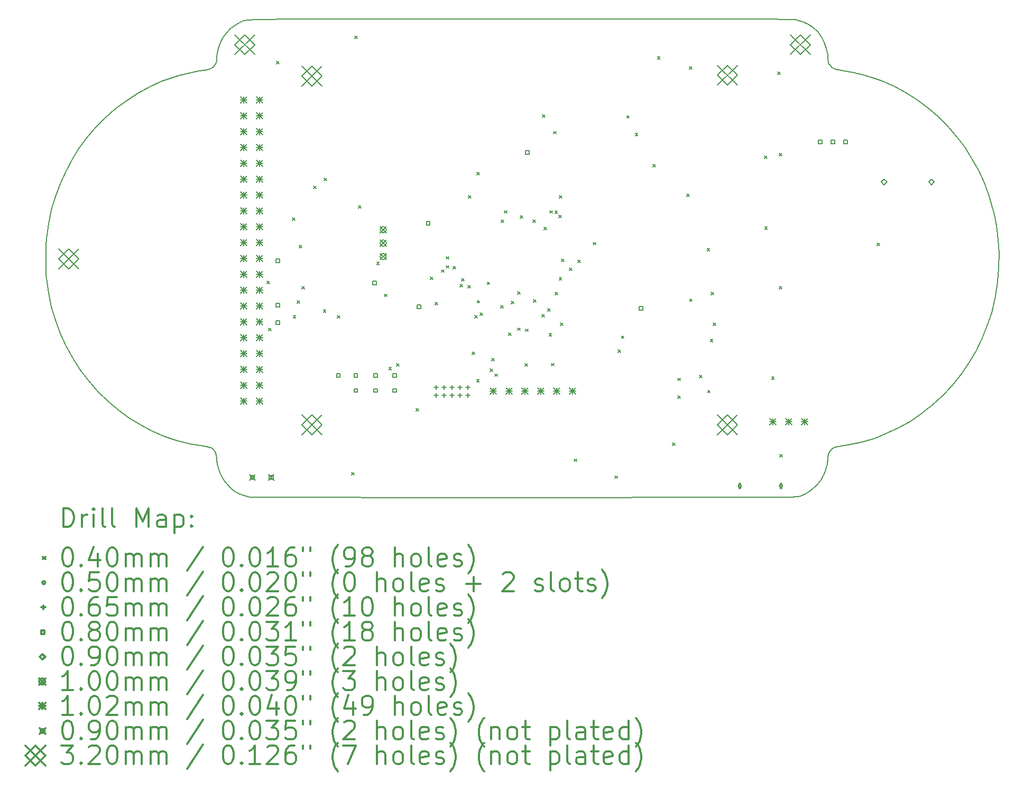
<source format=gbr>
%FSLAX45Y45*%
G04 Gerber Fmt 4.5, Leading zero omitted, Abs format (unit mm)*
G04 Created by KiCad (PCBNEW (2016-12-18 revision 3ffa37c)-master) date Tuesday, April 04, 2017 'PMt' 02:38:02 PM*
%MOMM*%
%LPD*%
G01*
G04 APERTURE LIST*
%ADD10C,0.127000*%
%ADD11C,0.150000*%
%ADD12C,0.200000*%
%ADD13C,0.300000*%
G04 APERTURE END LIST*
D10*
D11*
X13403871Y-5064494D02*
X13666055Y-5064516D01*
X13666055Y-5064516D02*
X13943394Y-5064543D01*
X13943394Y-5064543D02*
X14236324Y-5064570D01*
X14236324Y-5064570D02*
X14545279Y-5064591D01*
X14545279Y-5064591D02*
X14870695Y-5064600D01*
X14870695Y-5064600D02*
X14900000Y-5064600D01*
X14900000Y-5064600D02*
X15225195Y-5064603D01*
X15225195Y-5064603D02*
X15533889Y-5064614D01*
X15533889Y-5064614D02*
X15826513Y-5064633D01*
X15826513Y-5064633D02*
X16103500Y-5064663D01*
X16103500Y-5064663D02*
X16365282Y-5064703D01*
X16365282Y-5064703D02*
X16612291Y-5064757D01*
X16612291Y-5064757D02*
X16844958Y-5064824D01*
X16844958Y-5064824D02*
X17063715Y-5064907D01*
X17063715Y-5064907D02*
X17268995Y-5065007D01*
X17268995Y-5065007D02*
X17461230Y-5065124D01*
X17461230Y-5065124D02*
X17640851Y-5065261D01*
X17640851Y-5065261D02*
X17808291Y-5065418D01*
X17808291Y-5065418D02*
X17963981Y-5065597D01*
X17963981Y-5065597D02*
X18108354Y-5065800D01*
X18108354Y-5065800D02*
X18241842Y-5066027D01*
X18241842Y-5066027D02*
X18364876Y-5066280D01*
X18364876Y-5066280D02*
X18477888Y-5066561D01*
X18477888Y-5066561D02*
X18581311Y-5066870D01*
X18581311Y-5066870D02*
X18675577Y-5067209D01*
X18675577Y-5067209D02*
X18761117Y-5067579D01*
X18761117Y-5067579D02*
X18838363Y-5067981D01*
X18838363Y-5067981D02*
X18907748Y-5068418D01*
X18907748Y-5068418D02*
X18969703Y-5068890D01*
X18969703Y-5068890D02*
X19024661Y-5069398D01*
X19024661Y-5069398D02*
X19073053Y-5069944D01*
X19073053Y-5069944D02*
X19115312Y-5070530D01*
X19115312Y-5070530D02*
X19151869Y-5071155D01*
X19151869Y-5071155D02*
X19183156Y-5071823D01*
X19183156Y-5071823D02*
X19209606Y-5072534D01*
X19209606Y-5072534D02*
X19231650Y-5073289D01*
X19231650Y-5073289D02*
X19249720Y-5074090D01*
X19249720Y-5074090D02*
X19264249Y-5074938D01*
X19264249Y-5074938D02*
X19275669Y-5075835D01*
X19275669Y-5075835D02*
X19284410Y-5076781D01*
X19284410Y-5076781D02*
X19290906Y-5077779D01*
X19290906Y-5077779D02*
X19292380Y-5078067D01*
X19292380Y-5078067D02*
X19390309Y-5106500D01*
X19390309Y-5106500D02*
X19479746Y-5149022D01*
X19479746Y-5149022D02*
X19559829Y-5204606D01*
X19559829Y-5204606D02*
X19629698Y-5272224D01*
X19629698Y-5272224D02*
X19688490Y-5350848D01*
X19688490Y-5350848D02*
X19735342Y-5439450D01*
X19735342Y-5439450D02*
X19769394Y-5537003D01*
X19769394Y-5537003D02*
X19789783Y-5642479D01*
X19789783Y-5642479D02*
X19793073Y-5675092D01*
X19793073Y-5675092D02*
X19796952Y-5718151D01*
X19796952Y-5718151D02*
X19801106Y-5748489D01*
X19801106Y-5748489D02*
X19806569Y-5770300D01*
X19806569Y-5770300D02*
X19814373Y-5787779D01*
X19814373Y-5787779D02*
X19824841Y-5804112D01*
X19824841Y-5804112D02*
X19841678Y-5825672D01*
X19841678Y-5825672D02*
X19859890Y-5842512D01*
X19859890Y-5842512D02*
X19882263Y-5855771D01*
X19882263Y-5855771D02*
X19911586Y-5866592D01*
X19911586Y-5866592D02*
X19950647Y-5876114D01*
X19950647Y-5876114D02*
X20002232Y-5885478D01*
X20002232Y-5885478D02*
X20037212Y-5891014D01*
X20037212Y-5891014D02*
X20192983Y-5918577D01*
X20192983Y-5918577D02*
X20339016Y-5952472D01*
X20339016Y-5952472D02*
X20481878Y-5994458D01*
X20481878Y-5994458D02*
X20628135Y-6046294D01*
X20628135Y-6046294D02*
X20653560Y-6056115D01*
X20653560Y-6056115D02*
X20851592Y-6142441D01*
X20851592Y-6142441D02*
X21041742Y-6243346D01*
X21041742Y-6243346D02*
X21223400Y-6358119D01*
X21223400Y-6358119D02*
X21395957Y-6486046D01*
X21395957Y-6486046D02*
X21558801Y-6626414D01*
X21558801Y-6626414D02*
X21711323Y-6778512D01*
X21711323Y-6778512D02*
X21852913Y-6941625D01*
X21852913Y-6941625D02*
X21982959Y-7115043D01*
X21982959Y-7115043D02*
X22100853Y-7298051D01*
X22100853Y-7298051D02*
X22205984Y-7489937D01*
X22205984Y-7489937D02*
X22297742Y-7689989D01*
X22297742Y-7689989D02*
X22375516Y-7897493D01*
X22375516Y-7897493D02*
X22438697Y-8111737D01*
X22438697Y-8111737D02*
X22449063Y-8153399D01*
X22449063Y-8153399D02*
X22493503Y-8372803D01*
X22493503Y-8372803D02*
X22522257Y-8596790D01*
X22522257Y-8596790D02*
X22535296Y-8823500D01*
X22535296Y-8823500D02*
X22532594Y-9051073D01*
X22532594Y-9051073D02*
X22514122Y-9277649D01*
X22514122Y-9277649D02*
X22479855Y-9501367D01*
X22479855Y-9501367D02*
X22469607Y-9552841D01*
X22469607Y-9552841D02*
X22415580Y-9771540D01*
X22415580Y-9771540D02*
X22345706Y-9985304D01*
X22345706Y-9985304D02*
X22260522Y-10193141D01*
X22260522Y-10193141D02*
X22160565Y-10394058D01*
X22160565Y-10394058D02*
X22046371Y-10587060D01*
X22046371Y-10587060D02*
X21918478Y-10771156D01*
X21918478Y-10771156D02*
X21777422Y-10945351D01*
X21777422Y-10945351D02*
X21634259Y-11098233D01*
X21634259Y-11098233D02*
X21472290Y-11247851D01*
X21472290Y-11247851D02*
X21300848Y-11383912D01*
X21300848Y-11383912D02*
X21120740Y-11506011D01*
X21120740Y-11506011D02*
X20932773Y-11613744D01*
X20932773Y-11613744D02*
X20737753Y-11706709D01*
X20737753Y-11706709D02*
X20536486Y-11784502D01*
X20536486Y-11784502D02*
X20329780Y-11846718D01*
X20329780Y-11846718D02*
X20118440Y-11892955D01*
X20118440Y-11892955D02*
X20012681Y-11909761D01*
X20012681Y-11909761D02*
X19961533Y-11917487D01*
X19961533Y-11917487D02*
X19923804Y-11924984D01*
X19923804Y-11924984D02*
X19896034Y-11933393D01*
X19896034Y-11933393D02*
X19874766Y-11943853D01*
X19874766Y-11943853D02*
X19856541Y-11957505D01*
X19856541Y-11957505D02*
X19850127Y-11963355D01*
X19850127Y-11963355D02*
X19829024Y-11986473D01*
X19829024Y-11986473D02*
X19814042Y-12011852D01*
X19814042Y-12011852D02*
X19803730Y-12043493D01*
X19803730Y-12043493D02*
X19796634Y-12085400D01*
X19796634Y-12085400D02*
X19793000Y-12120704D01*
X19793000Y-12120704D02*
X19784677Y-12192612D01*
X19784677Y-12192612D02*
X19772497Y-12253874D01*
X19772497Y-12253874D02*
X19754873Y-12310626D01*
X19754873Y-12310626D02*
X19730220Y-12369004D01*
X19730220Y-12369004D02*
X19727117Y-12375567D01*
X19727117Y-12375567D02*
X19675732Y-12464013D01*
X19675732Y-12464013D02*
X19611264Y-12542371D01*
X19611264Y-12542371D02*
X19534940Y-12609606D01*
X19534940Y-12609606D02*
X19447986Y-12664686D01*
X19447986Y-12664686D02*
X19351630Y-12706574D01*
X19351630Y-12706574D02*
X19323833Y-12715587D01*
X19323833Y-12715587D02*
X19319590Y-12716731D01*
X19319590Y-12716731D02*
X19314351Y-12717817D01*
X19314351Y-12717817D02*
X19307681Y-12718848D01*
X19307681Y-12718848D02*
X19299143Y-12719823D01*
X19299143Y-12719823D02*
X19288303Y-12720745D01*
X19288303Y-12720745D02*
X19274723Y-12721616D01*
X19274723Y-12721616D02*
X19257968Y-12722437D01*
X19257968Y-12722437D02*
X19237602Y-12723210D01*
X19237602Y-12723210D02*
X19213188Y-12723937D01*
X19213188Y-12723937D02*
X19184292Y-12724619D01*
X19184292Y-12724619D02*
X19150477Y-12725257D01*
X19150477Y-12725257D02*
X19111306Y-12725854D01*
X19111306Y-12725854D02*
X19066344Y-12726412D01*
X19066344Y-12726412D02*
X19015156Y-12726931D01*
X19015156Y-12726931D02*
X18957304Y-12727413D01*
X18957304Y-12727413D02*
X18892353Y-12727860D01*
X18892353Y-12727860D02*
X18819868Y-12728275D01*
X18819868Y-12728275D02*
X18739411Y-12728657D01*
X18739411Y-12728657D02*
X18650548Y-12729009D01*
X18650548Y-12729009D02*
X18552842Y-12729333D01*
X18552842Y-12729333D02*
X18445857Y-12729631D01*
X18445857Y-12729631D02*
X18329157Y-12729903D01*
X18329157Y-12729903D02*
X18202306Y-12730152D01*
X18202306Y-12730152D02*
X18064869Y-12730379D01*
X18064869Y-12730379D02*
X17916408Y-12730586D01*
X17916408Y-12730586D02*
X17756489Y-12730774D01*
X17756489Y-12730774D02*
X17584676Y-12730946D01*
X17584676Y-12730946D02*
X17400531Y-12731102D01*
X17400531Y-12731102D02*
X17203620Y-12731245D01*
X17203620Y-12731245D02*
X16993506Y-12731375D01*
X16993506Y-12731375D02*
X16769754Y-12731496D01*
X16769754Y-12731496D02*
X16531927Y-12731608D01*
X16531927Y-12731608D02*
X16279589Y-12731713D01*
X16279589Y-12731713D02*
X16012305Y-12731812D01*
X16012305Y-12731812D02*
X15729639Y-12731908D01*
X15729639Y-12731908D02*
X15431154Y-12732002D01*
X15431154Y-12732002D02*
X15116414Y-12732095D01*
X15116414Y-12732095D02*
X14933867Y-12732148D01*
X14933867Y-12732148D02*
X14614587Y-12732223D01*
X14614587Y-12732223D02*
X14304852Y-12732265D01*
X14304852Y-12732265D02*
X14004977Y-12732275D01*
X14004977Y-12732275D02*
X13715278Y-12732252D01*
X13715278Y-12732252D02*
X13436068Y-12732198D01*
X13436068Y-12732198D02*
X13167664Y-12732112D01*
X13167664Y-12732112D02*
X12910381Y-12731996D01*
X12910381Y-12731996D02*
X12664532Y-12731849D01*
X12664532Y-12731849D02*
X12430435Y-12731672D01*
X12430435Y-12731672D02*
X12208403Y-12731466D01*
X12208403Y-12731466D02*
X11998751Y-12731231D01*
X11998751Y-12731231D02*
X11801796Y-12730968D01*
X11801796Y-12730968D02*
X11617851Y-12730677D01*
X11617851Y-12730677D02*
X11447232Y-12730358D01*
X11447232Y-12730358D02*
X11290253Y-12730012D01*
X11290253Y-12730012D02*
X11147231Y-12729640D01*
X11147231Y-12729640D02*
X11018480Y-12729241D01*
X11018480Y-12729241D02*
X10904315Y-12728817D01*
X10904315Y-12728817D02*
X10805052Y-12728369D01*
X10805052Y-12728369D02*
X10721004Y-12727895D01*
X10721004Y-12727895D02*
X10652488Y-12727397D01*
X10652488Y-12727397D02*
X10599818Y-12726876D01*
X10599818Y-12726876D02*
X10563310Y-12726331D01*
X10563310Y-12726331D02*
X10543278Y-12725764D01*
X10543278Y-12725764D02*
X10539725Y-12725502D01*
X10539725Y-12725502D02*
X10445208Y-12703581D01*
X10445208Y-12703581D02*
X10355703Y-12666305D01*
X10355703Y-12666305D02*
X10272788Y-12614899D01*
X10272788Y-12614899D02*
X10198041Y-12550591D01*
X10198041Y-12550591D02*
X10133042Y-12474605D01*
X10133042Y-12474605D02*
X10079367Y-12388169D01*
X10079367Y-12388169D02*
X10063498Y-12355562D01*
X10063498Y-12355562D02*
X10045526Y-12308277D01*
X10045526Y-12308277D02*
X10029380Y-12251824D01*
X10029380Y-12251824D02*
X10016528Y-12192710D01*
X10016528Y-12192710D02*
X10008438Y-12137442D01*
X10008438Y-12137442D02*
X10006378Y-12102245D01*
X10006378Y-12102245D02*
X9999005Y-12047523D01*
X9999005Y-12047523D02*
X9978351Y-11998653D01*
X9978351Y-11998653D02*
X9946193Y-11958804D01*
X9946193Y-11958804D02*
X9912836Y-11935267D01*
X9912836Y-11935267D02*
X9896136Y-11929713D01*
X9896136Y-11929713D02*
X9866846Y-11923031D01*
X9866846Y-11923031D02*
X9829190Y-11916089D01*
X9829190Y-11916089D02*
X9790069Y-11910116D01*
X9790069Y-11910116D02*
X9578546Y-11872577D01*
X9578546Y-11872577D02*
X9371415Y-11819015D01*
X9371415Y-11819015D02*
X9169444Y-11749947D01*
X9169444Y-11749947D02*
X8973399Y-11665889D01*
X8973399Y-11665889D02*
X8784049Y-11567359D01*
X8784049Y-11567359D02*
X8602160Y-11454875D01*
X8602160Y-11454875D02*
X8428501Y-11328953D01*
X8428501Y-11328953D02*
X8263837Y-11190110D01*
X8263837Y-11190110D02*
X8108938Y-11038864D01*
X8108938Y-11038864D02*
X7964569Y-10875732D01*
X7964569Y-10875732D02*
X7831499Y-10701231D01*
X7831499Y-10701231D02*
X7710495Y-10515879D01*
X7710495Y-10515879D02*
X7703085Y-10503501D01*
X7703085Y-10503501D02*
X7594490Y-10305521D01*
X7594490Y-10305521D02*
X7501368Y-10102132D01*
X7501368Y-10102132D02*
X7423466Y-9892576D01*
X7423466Y-9892576D02*
X7360535Y-9676092D01*
X7360535Y-9676092D02*
X7312322Y-9451923D01*
X7312322Y-9451923D02*
X7278850Y-9221733D01*
X7278850Y-9221733D02*
X7274860Y-9174415D01*
X7274860Y-9174415D02*
X7271792Y-9113696D01*
X7271792Y-9113696D02*
X7269647Y-9043076D01*
X7269647Y-9043076D02*
X7268423Y-8966059D01*
X7268423Y-8966059D02*
X7268133Y-8888832D01*
X7268133Y-8888832D02*
X7268122Y-8886146D01*
X7268122Y-8886146D02*
X7268744Y-8806839D01*
X7268744Y-8806839D02*
X7270287Y-8731639D01*
X7270287Y-8731639D02*
X7272752Y-8664049D01*
X7272752Y-8664049D02*
X7276139Y-8607571D01*
X7276139Y-8607571D02*
X7278859Y-8578267D01*
X7278859Y-8578267D02*
X7312406Y-8346762D01*
X7312406Y-8346762D02*
X7359895Y-8124385D01*
X7359895Y-8124385D02*
X7421682Y-7910152D01*
X7421682Y-7910152D02*
X7498123Y-7703082D01*
X7498123Y-7703082D02*
X7589575Y-7502193D01*
X7589575Y-7502193D02*
X7696394Y-7306504D01*
X7696394Y-7306504D02*
X7799778Y-7143167D01*
X7799778Y-7143167D02*
X7927824Y-6967798D01*
X7927824Y-6967798D02*
X8068412Y-6802642D01*
X8068412Y-6802642D02*
X8220530Y-6648441D01*
X8220530Y-6648441D02*
X8383164Y-6505938D01*
X8383164Y-6505938D02*
X8555303Y-6375876D01*
X8555303Y-6375876D02*
X8735936Y-6258997D01*
X8735936Y-6258997D02*
X8924048Y-6156045D01*
X8924048Y-6156045D02*
X9118629Y-6067761D01*
X9118629Y-6067761D02*
X9318666Y-5994890D01*
X9318666Y-5994890D02*
X9396936Y-5971097D01*
X9396936Y-5971097D02*
X9504202Y-5942738D01*
X9504202Y-5942738D02*
X9616531Y-5917480D01*
X9616531Y-5917480D02*
X9726538Y-5896880D01*
X9726538Y-5896880D02*
X9803067Y-5885426D01*
X9803067Y-5885426D02*
X9860298Y-5875767D01*
X9860298Y-5875767D02*
X9903937Y-5862887D01*
X9903937Y-5862887D02*
X9937221Y-5845465D01*
X9937221Y-5845465D02*
X9963384Y-5822178D01*
X9963384Y-5822178D02*
X9966374Y-5818720D01*
X9966374Y-5818720D02*
X9982788Y-5795480D01*
X9982788Y-5795480D02*
X9994440Y-5768701D01*
X9994440Y-5768701D02*
X10002436Y-5734469D01*
X10002436Y-5734469D02*
X10007886Y-5688869D01*
X10007886Y-5688869D02*
X10009658Y-5665733D01*
X10009658Y-5665733D02*
X10024817Y-5560840D01*
X10024817Y-5560840D02*
X10055053Y-5462460D01*
X10055053Y-5462460D02*
X10099570Y-5371776D01*
X10099570Y-5371776D02*
X10157574Y-5289971D01*
X10157574Y-5289971D02*
X10228270Y-5218226D01*
X10228270Y-5218226D02*
X10310862Y-5157726D01*
X10310862Y-5157726D02*
X10374567Y-5123061D01*
X10374567Y-5123061D02*
X10383086Y-5118720D01*
X10383086Y-5118720D02*
X10390235Y-5114598D01*
X10390235Y-5114598D02*
X10396449Y-5110689D01*
X10396449Y-5110689D02*
X10402163Y-5106988D01*
X10402163Y-5106988D02*
X10407812Y-5103488D01*
X10407812Y-5103488D02*
X10413830Y-5100185D01*
X10413830Y-5100185D02*
X10420652Y-5097073D01*
X10420652Y-5097073D02*
X10428714Y-5094145D01*
X10428714Y-5094145D02*
X10438449Y-5091397D01*
X10438449Y-5091397D02*
X10450294Y-5088823D01*
X10450294Y-5088823D02*
X10464683Y-5086417D01*
X10464683Y-5086417D02*
X10482051Y-5084173D01*
X10482051Y-5084173D02*
X10502832Y-5082087D01*
X10502832Y-5082087D02*
X10527462Y-5080151D01*
X10527462Y-5080151D02*
X10556376Y-5078362D01*
X10556376Y-5078362D02*
X10590007Y-5076712D01*
X10590007Y-5076712D02*
X10628793Y-5075197D01*
X10628793Y-5075197D02*
X10673166Y-5073811D01*
X10673166Y-5073811D02*
X10723562Y-5072548D01*
X10723562Y-5072548D02*
X10780416Y-5071403D01*
X10780416Y-5071403D02*
X10844164Y-5070369D01*
X10844164Y-5070369D02*
X10915238Y-5069443D01*
X10915238Y-5069443D02*
X10994076Y-5068616D01*
X10994076Y-5068616D02*
X11081111Y-5067885D01*
X11081111Y-5067885D02*
X11176778Y-5067244D01*
X11176778Y-5067244D02*
X11281512Y-5066686D01*
X11281512Y-5066686D02*
X11395749Y-5066207D01*
X11395749Y-5066207D02*
X11519923Y-5065800D01*
X11519923Y-5065800D02*
X11654468Y-5065460D01*
X11654468Y-5065460D02*
X11799821Y-5065182D01*
X11799821Y-5065182D02*
X11956415Y-5064960D01*
X11956415Y-5064960D02*
X12124685Y-5064788D01*
X12124685Y-5064788D02*
X12305068Y-5064660D01*
X12305068Y-5064660D02*
X12497996Y-5064572D01*
X12497996Y-5064572D02*
X12703906Y-5064516D01*
X12703906Y-5064516D02*
X12923232Y-5064489D01*
X12923232Y-5064489D02*
X13156409Y-5064483D01*
X13156409Y-5064483D02*
X13403871Y-5064494D01*
D12*
X10814400Y-9265000D02*
X10854400Y-9305000D01*
X10854400Y-9265000D02*
X10814400Y-9305000D01*
X10839800Y-10018900D02*
X10879800Y-10058900D01*
X10879800Y-10018900D02*
X10839800Y-10058900D01*
X10966800Y-5742000D02*
X11006800Y-5782000D01*
X11006800Y-5742000D02*
X10966800Y-5782000D01*
X11220490Y-8249000D02*
X11260490Y-8289000D01*
X11260490Y-8249000D02*
X11220490Y-8289000D01*
X11230100Y-9815530D02*
X11270100Y-9855530D01*
X11270100Y-9815530D02*
X11230100Y-9855530D01*
X11297000Y-9577400D02*
X11337000Y-9617400D01*
X11337000Y-9577400D02*
X11297000Y-9617400D01*
X11325920Y-8692590D02*
X11365920Y-8732590D01*
X11365920Y-8692590D02*
X11325920Y-8732590D01*
X11373200Y-9348800D02*
X11413200Y-9388800D01*
X11413200Y-9348800D02*
X11373200Y-9388800D01*
X11555460Y-7740550D02*
X11595460Y-7780550D01*
X11595460Y-7740550D02*
X11555460Y-7780550D01*
X11713820Y-9723430D02*
X11753820Y-9763430D01*
X11753820Y-9723430D02*
X11713820Y-9763430D01*
X11726620Y-7614000D02*
X11766620Y-7654000D01*
X11766620Y-7614000D02*
X11726620Y-7654000D01*
X11938340Y-9817760D02*
X11978340Y-9857760D01*
X11978340Y-9817760D02*
X11938340Y-9857760D01*
X12163750Y-12331200D02*
X12203750Y-12371200D01*
X12203750Y-12331200D02*
X12163750Y-12371200D01*
X12218150Y-5338950D02*
X12258150Y-5378950D01*
X12258150Y-5338950D02*
X12218150Y-5378950D01*
X12278440Y-8056230D02*
X12318440Y-8096230D01*
X12318440Y-8056230D02*
X12278440Y-8096230D01*
X12569070Y-8963830D02*
X12609070Y-9003830D01*
X12609070Y-8963830D02*
X12569070Y-9003830D01*
X12691890Y-9473780D02*
X12731890Y-9513780D01*
X12731890Y-9473780D02*
X12691890Y-9513780D01*
X12762470Y-10647740D02*
X12802470Y-10687740D01*
X12802470Y-10647740D02*
X12762470Y-10687740D01*
X12889020Y-10584310D02*
X12929020Y-10624310D01*
X12929020Y-10584310D02*
X12889020Y-10624310D01*
X13202000Y-11304600D02*
X13242000Y-11344600D01*
X13242000Y-11304600D02*
X13202000Y-11344600D01*
X13430600Y-9196400D02*
X13470600Y-9236400D01*
X13470600Y-9196400D02*
X13430600Y-9236400D01*
X13506800Y-9602800D02*
X13546800Y-9642800D01*
X13546800Y-9602800D02*
X13506800Y-9642800D01*
X13603370Y-9084120D02*
X13643370Y-9124120D01*
X13643370Y-9084120D02*
X13603370Y-9124120D01*
X13682381Y-8872249D02*
X13722381Y-8912249D01*
X13722381Y-8872249D02*
X13682381Y-8912249D01*
X13684440Y-9015800D02*
X13724440Y-9055800D01*
X13724440Y-9015800D02*
X13684440Y-9055800D01*
X13791000Y-9028705D02*
X13831000Y-9068705D01*
X13831000Y-9028705D02*
X13791000Y-9068705D01*
X13905358Y-9318020D02*
X13945358Y-9358020D01*
X13945358Y-9318020D02*
X13905358Y-9358020D01*
X13925670Y-9226274D02*
X13965670Y-9266274D01*
X13965670Y-9226274D02*
X13925670Y-9266274D01*
X14030359Y-9330590D02*
X14070359Y-9370590D01*
X14070359Y-9330590D02*
X14030359Y-9370590D01*
X14040000Y-7893200D02*
X14080000Y-7933200D01*
X14080000Y-7893200D02*
X14040000Y-7933200D01*
X14096800Y-10401380D02*
X14136800Y-10441380D01*
X14136800Y-10401380D02*
X14096800Y-10441380D01*
X14140748Y-9818558D02*
X14180748Y-9858558D01*
X14180748Y-9818558D02*
X14140748Y-9858558D01*
X14170000Y-10839200D02*
X14210000Y-10879200D01*
X14210000Y-10839200D02*
X14170000Y-10879200D01*
X14176000Y-7523200D02*
X14216000Y-7563200D01*
X14216000Y-7523200D02*
X14176000Y-7563200D01*
X14178000Y-9574200D02*
X14218000Y-9614200D01*
X14218000Y-9574200D02*
X14178000Y-9614200D01*
X14224790Y-9775700D02*
X14264790Y-9815700D01*
X14264790Y-9775700D02*
X14224790Y-9815700D01*
X14338163Y-9278753D02*
X14378163Y-9318753D01*
X14378163Y-9278753D02*
X14338163Y-9318753D01*
X14385691Y-10672002D02*
X14425691Y-10712002D01*
X14425691Y-10672002D02*
X14385691Y-10712002D01*
X14412000Y-10501200D02*
X14452000Y-10541200D01*
X14452000Y-10501200D02*
X14412000Y-10541200D01*
X14464000Y-10751200D02*
X14504000Y-10791200D01*
X14504000Y-10751200D02*
X14464000Y-10791200D01*
X14552324Y-9652109D02*
X14592324Y-9692109D01*
X14592324Y-9652109D02*
X14552324Y-9692109D01*
X14565500Y-8283700D02*
X14605500Y-8323700D01*
X14605500Y-8283700D02*
X14565500Y-8323700D01*
X14614000Y-8134200D02*
X14654000Y-8174200D01*
X14654000Y-8134200D02*
X14614000Y-8174200D01*
X14682000Y-10095200D02*
X14722000Y-10135200D01*
X14722000Y-10095200D02*
X14682000Y-10135200D01*
X14723315Y-9589608D02*
X14763315Y-9629608D01*
X14763315Y-9589608D02*
X14723315Y-9629608D01*
X14825000Y-10015699D02*
X14865000Y-10055699D01*
X14865000Y-10015699D02*
X14825000Y-10055699D01*
X14828000Y-9436699D02*
X14868000Y-9476699D01*
X14868000Y-9436699D02*
X14828000Y-9476699D01*
X14869000Y-8214200D02*
X14909000Y-8254200D01*
X14909000Y-8214200D02*
X14869000Y-8254200D01*
X14941000Y-10587200D02*
X14981000Y-10627200D01*
X14981000Y-10587200D02*
X14941000Y-10627200D01*
X14955000Y-10032699D02*
X14995000Y-10072699D01*
X14995000Y-10032699D02*
X14955000Y-10072699D01*
X15071309Y-8283300D02*
X15111309Y-8323300D01*
X15111309Y-8283300D02*
X15071309Y-8323300D01*
X15080271Y-9560234D02*
X15120271Y-9600234D01*
X15120271Y-9560234D02*
X15080271Y-9600234D01*
X15214560Y-9797759D02*
X15254560Y-9837759D01*
X15254560Y-9797759D02*
X15214560Y-9837759D01*
X15224660Y-6601300D02*
X15264660Y-6641300D01*
X15264660Y-6601300D02*
X15224660Y-6641300D01*
X15245477Y-8399841D02*
X15285477Y-8439841D01*
X15285477Y-8399841D02*
X15245477Y-8439841D01*
X15305206Y-9707113D02*
X15345206Y-9747113D01*
X15345206Y-9707113D02*
X15305206Y-9747113D01*
X15330000Y-10101200D02*
X15370000Y-10141200D01*
X15370000Y-10101200D02*
X15330000Y-10141200D01*
X15342749Y-8134841D02*
X15382749Y-8174841D01*
X15382749Y-8134841D02*
X15342749Y-8174841D01*
X15366499Y-10583200D02*
X15406499Y-10623200D01*
X15406499Y-10583200D02*
X15366499Y-10623200D01*
X15403000Y-6866200D02*
X15443000Y-6906200D01*
X15443000Y-6866200D02*
X15403000Y-6906200D01*
X15422705Y-8137529D02*
X15462705Y-8177529D01*
X15462705Y-8137529D02*
X15422705Y-8177529D01*
X15425000Y-9441200D02*
X15465000Y-9481200D01*
X15465000Y-9441200D02*
X15425000Y-9481200D01*
X15484000Y-8208699D02*
X15524000Y-8248699D01*
X15524000Y-8208699D02*
X15484000Y-8248699D01*
X15490770Y-9204480D02*
X15530770Y-9244480D01*
X15530770Y-9204480D02*
X15490770Y-9244480D01*
X15493000Y-7896200D02*
X15533000Y-7936200D01*
X15533000Y-7896200D02*
X15493000Y-7936200D01*
X15511404Y-9933200D02*
X15551404Y-9973200D01*
X15551404Y-9933200D02*
X15511404Y-9973200D01*
X15525970Y-8912810D02*
X15565970Y-8952810D01*
X15565970Y-8912810D02*
X15525970Y-8952810D01*
X15657458Y-9056711D02*
X15697458Y-9096711D01*
X15697458Y-9056711D02*
X15657458Y-9096711D01*
X15730520Y-12113840D02*
X15770520Y-12153840D01*
X15770520Y-12113840D02*
X15730520Y-12153840D01*
X15790300Y-8923869D02*
X15830300Y-8963869D01*
X15830300Y-8923869D02*
X15790300Y-8963869D01*
X16038000Y-8643700D02*
X16078000Y-8683700D01*
X16078000Y-8643700D02*
X16038000Y-8683700D01*
X16383000Y-12385150D02*
X16423000Y-12425150D01*
X16423000Y-12385150D02*
X16383000Y-12425150D01*
X16435790Y-10363700D02*
X16475790Y-10403700D01*
X16475790Y-10363700D02*
X16435790Y-10403700D01*
X16489330Y-10141140D02*
X16529330Y-10181140D01*
X16529330Y-10141140D02*
X16489330Y-10181140D01*
X16574380Y-6611110D02*
X16614380Y-6651110D01*
X16614380Y-6611110D02*
X16574380Y-6651110D01*
X16708000Y-6894730D02*
X16748000Y-6934730D01*
X16748000Y-6894730D02*
X16708000Y-6934730D01*
X16990769Y-7391820D02*
X17030769Y-7431820D01*
X17030769Y-7391820D02*
X16990769Y-7431820D01*
X17064710Y-5667990D02*
X17104710Y-5707990D01*
X17104710Y-5667990D02*
X17064710Y-5707990D01*
X17303050Y-11853880D02*
X17343050Y-11893880D01*
X17343050Y-11853880D02*
X17303050Y-11893880D01*
X17391220Y-10818700D02*
X17431220Y-10858700D01*
X17431220Y-10818700D02*
X17391220Y-10858700D01*
X17393000Y-11101400D02*
X17433000Y-11141400D01*
X17433000Y-11101400D02*
X17393000Y-11141400D01*
X17536880Y-7867400D02*
X17576880Y-7907400D01*
X17576880Y-7867400D02*
X17536880Y-7907400D01*
X17579500Y-5826960D02*
X17619500Y-5866960D01*
X17619500Y-5826960D02*
X17579500Y-5866960D01*
X17580000Y-9550200D02*
X17620000Y-9590200D01*
X17620000Y-9550200D02*
X17580000Y-9590200D01*
X17737670Y-10772940D02*
X17777670Y-10812940D01*
X17777670Y-10772940D02*
X17737670Y-10812940D01*
X17860499Y-8740840D02*
X17900499Y-8780840D01*
X17900499Y-8740840D02*
X17860499Y-8780840D01*
X17868270Y-11013700D02*
X17908270Y-11053700D01*
X17908270Y-11013700D02*
X17868270Y-11053700D01*
X17911800Y-10195920D02*
X17951800Y-10235920D01*
X17951800Y-10195920D02*
X17911800Y-10235920D01*
X17923000Y-9446200D02*
X17963000Y-9486200D01*
X17963000Y-9446200D02*
X17923000Y-9486200D01*
X17959000Y-9932200D02*
X17999000Y-9972200D01*
X17999000Y-9932200D02*
X17959000Y-9972200D01*
X18778500Y-7258020D02*
X18818500Y-7298020D01*
X18818500Y-7258020D02*
X18778500Y-7298020D01*
X18784490Y-8391600D02*
X18824490Y-8431600D01*
X18824490Y-8391600D02*
X18784490Y-8431600D01*
X18893000Y-10800310D02*
X18933000Y-10840310D01*
X18933000Y-10800310D02*
X18893000Y-10840310D01*
X18991960Y-5911450D02*
X19031960Y-5951450D01*
X19031960Y-5911450D02*
X18991960Y-5951450D01*
X19018600Y-7215200D02*
X19058600Y-7255200D01*
X19058600Y-7215200D02*
X19018600Y-7255200D01*
X19018600Y-9348800D02*
X19058600Y-9388800D01*
X19058600Y-9348800D02*
X19018600Y-9388800D01*
X19025140Y-12040270D02*
X19065140Y-12080270D01*
X19065140Y-12040270D02*
X19025140Y-12080270D01*
X20583000Y-8656200D02*
X20623000Y-8696200D01*
X20623000Y-8656200D02*
X20583000Y-8696200D01*
X18408000Y-12546200D02*
G75*
G03X18408000Y-12546200I-25000J0D01*
G01*
X18398000Y-12581200D02*
X18398000Y-12511200D01*
X18368000Y-12581200D02*
X18368000Y-12511200D01*
X18398000Y-12511200D02*
G75*
G03X18368000Y-12511200I-15000J0D01*
G01*
X18368000Y-12581200D02*
G75*
G03X18398000Y-12581200I15000J0D01*
G01*
X19068000Y-12546200D02*
G75*
G03X19068000Y-12546200I-25000J0D01*
G01*
X19058000Y-12581200D02*
X19058000Y-12511200D01*
X19028000Y-12581200D02*
X19028000Y-12511200D01*
X19058000Y-12511200D02*
G75*
G03X19028000Y-12511200I-15000J0D01*
G01*
X19028000Y-12581200D02*
G75*
G03X19058000Y-12581200I15000J0D01*
G01*
X13518000Y-10931700D02*
X13518000Y-10996700D01*
X13485500Y-10964200D02*
X13550500Y-10964200D01*
X13518000Y-11058700D02*
X13518000Y-11123700D01*
X13485500Y-11091200D02*
X13550500Y-11091200D01*
X13645000Y-10931700D02*
X13645000Y-10996700D01*
X13612500Y-10964200D02*
X13677500Y-10964200D01*
X13645000Y-11058700D02*
X13645000Y-11123700D01*
X13612500Y-11091200D02*
X13677500Y-11091200D01*
X13772000Y-10931700D02*
X13772000Y-10996700D01*
X13739500Y-10964200D02*
X13804500Y-10964200D01*
X13772000Y-11058700D02*
X13772000Y-11123700D01*
X13739500Y-11091200D02*
X13804500Y-11091200D01*
X13899000Y-10931700D02*
X13899000Y-10996700D01*
X13866500Y-10964200D02*
X13931500Y-10964200D01*
X13899000Y-11058700D02*
X13899000Y-11123700D01*
X13866500Y-11091200D02*
X13931500Y-11091200D01*
X14026000Y-10931700D02*
X14026000Y-10996700D01*
X13993500Y-10964200D02*
X14058500Y-10964200D01*
X14026000Y-11058700D02*
X14026000Y-11123700D01*
X13993500Y-11091200D02*
X14058500Y-11091200D01*
X11015085Y-8965285D02*
X11015085Y-8908716D01*
X10958516Y-8908716D01*
X10958516Y-8965285D01*
X11015085Y-8965285D01*
X11015085Y-9676485D02*
X11015085Y-9619916D01*
X10958516Y-9619916D01*
X10958516Y-9676485D01*
X11015085Y-9676485D01*
X11015085Y-9955885D02*
X11015085Y-9899316D01*
X10958516Y-9899316D01*
X10958516Y-9955885D01*
X11015085Y-9955885D01*
X11981284Y-10804485D02*
X11981284Y-10747916D01*
X11924715Y-10747916D01*
X11924715Y-10804485D01*
X11981284Y-10804485D01*
X12261284Y-10804485D02*
X12261284Y-10747916D01*
X12204715Y-10747916D01*
X12204715Y-10804485D01*
X12261284Y-10804485D01*
X12261284Y-11044485D02*
X12261284Y-10987916D01*
X12204715Y-10987916D01*
X12204715Y-11044485D01*
X12261284Y-11044485D01*
X12564484Y-9320885D02*
X12564484Y-9264316D01*
X12507915Y-9264316D01*
X12507915Y-9320885D01*
X12564484Y-9320885D01*
X12581284Y-10804485D02*
X12581284Y-10747916D01*
X12524715Y-10747916D01*
X12524715Y-10804485D01*
X12581284Y-10804485D01*
X12581284Y-11044485D02*
X12581284Y-10987916D01*
X12524715Y-10987916D01*
X12524715Y-11044485D01*
X12581284Y-11044485D01*
X12881284Y-10804485D02*
X12881284Y-10747916D01*
X12824715Y-10747916D01*
X12824715Y-10804485D01*
X12881284Y-10804485D01*
X12881284Y-11044485D02*
X12881284Y-10987916D01*
X12824715Y-10987916D01*
X12824715Y-11044485D01*
X12881284Y-11044485D01*
X13275684Y-9701885D02*
X13275684Y-9645316D01*
X13219115Y-9645316D01*
X13219115Y-9701885D01*
X13275684Y-9701885D01*
X13421284Y-8364484D02*
X13421284Y-8307915D01*
X13364715Y-8307915D01*
X13364715Y-8364484D01*
X13421284Y-8364484D01*
X15006284Y-7229484D02*
X15006284Y-7172915D01*
X14949715Y-7172915D01*
X14949715Y-7229484D01*
X15006284Y-7229484D01*
X16831685Y-9727285D02*
X16831685Y-9670716D01*
X16775115Y-9670716D01*
X16775115Y-9727285D01*
X16831685Y-9727285D01*
X19701885Y-7060284D02*
X19701885Y-7003715D01*
X19645316Y-7003715D01*
X19645316Y-7060284D01*
X19701885Y-7060284D01*
X19905085Y-7060284D02*
X19905085Y-7003715D01*
X19848516Y-7003715D01*
X19848516Y-7060284D01*
X19905085Y-7060284D01*
X20108285Y-7060284D02*
X20108285Y-7003715D01*
X20051716Y-7003715D01*
X20051716Y-7060284D01*
X20108285Y-7060284D01*
X20693000Y-7721200D02*
X20738000Y-7676200D01*
X20693000Y-7631200D01*
X20648000Y-7676200D01*
X20693000Y-7721200D01*
X21453000Y-7721200D02*
X21498000Y-7676200D01*
X21453000Y-7631200D01*
X21408000Y-7676200D01*
X21453000Y-7721200D01*
X12623000Y-8391200D02*
X12723000Y-8491200D01*
X12723000Y-8391200D02*
X12623000Y-8491200D01*
X12723000Y-8441200D02*
G75*
G03X12723000Y-8441200I-50000J0D01*
G01*
X12623000Y-8606200D02*
X12723000Y-8706200D01*
X12723000Y-8606200D02*
X12623000Y-8706200D01*
X12723000Y-8656200D02*
G75*
G03X12723000Y-8656200I-50000J0D01*
G01*
X12623000Y-8821200D02*
X12723000Y-8921200D01*
X12723000Y-8821200D02*
X12623000Y-8921200D01*
X12723000Y-8871200D02*
G75*
G03X12723000Y-8871200I-50000J0D01*
G01*
X10389200Y-6313200D02*
X10490800Y-6414800D01*
X10490800Y-6313200D02*
X10389200Y-6414800D01*
X10440000Y-6313200D02*
X10440000Y-6414800D01*
X10389200Y-6364000D02*
X10490800Y-6364000D01*
X10389200Y-6567200D02*
X10490800Y-6668800D01*
X10490800Y-6567200D02*
X10389200Y-6668800D01*
X10440000Y-6567200D02*
X10440000Y-6668800D01*
X10389200Y-6618000D02*
X10490800Y-6618000D01*
X10389200Y-6821200D02*
X10490800Y-6922800D01*
X10490800Y-6821200D02*
X10389200Y-6922800D01*
X10440000Y-6821200D02*
X10440000Y-6922800D01*
X10389200Y-6872000D02*
X10490800Y-6872000D01*
X10389200Y-7075200D02*
X10490800Y-7176800D01*
X10490800Y-7075200D02*
X10389200Y-7176800D01*
X10440000Y-7075200D02*
X10440000Y-7176800D01*
X10389200Y-7126000D02*
X10490800Y-7126000D01*
X10389200Y-7329200D02*
X10490800Y-7430800D01*
X10490800Y-7329200D02*
X10389200Y-7430800D01*
X10440000Y-7329200D02*
X10440000Y-7430800D01*
X10389200Y-7380000D02*
X10490800Y-7380000D01*
X10389200Y-7583200D02*
X10490800Y-7684800D01*
X10490800Y-7583200D02*
X10389200Y-7684800D01*
X10440000Y-7583200D02*
X10440000Y-7684800D01*
X10389200Y-7634000D02*
X10490800Y-7634000D01*
X10389200Y-7837200D02*
X10490800Y-7938800D01*
X10490800Y-7837200D02*
X10389200Y-7938800D01*
X10440000Y-7837200D02*
X10440000Y-7938800D01*
X10389200Y-7888000D02*
X10490800Y-7888000D01*
X10389200Y-8091200D02*
X10490800Y-8192800D01*
X10490800Y-8091200D02*
X10389200Y-8192800D01*
X10440000Y-8091200D02*
X10440000Y-8192800D01*
X10389200Y-8142000D02*
X10490800Y-8142000D01*
X10389200Y-8345200D02*
X10490800Y-8446800D01*
X10490800Y-8345200D02*
X10389200Y-8446800D01*
X10440000Y-8345200D02*
X10440000Y-8446800D01*
X10389200Y-8396000D02*
X10490800Y-8396000D01*
X10389200Y-8599200D02*
X10490800Y-8700800D01*
X10490800Y-8599200D02*
X10389200Y-8700800D01*
X10440000Y-8599200D02*
X10440000Y-8700800D01*
X10389200Y-8650000D02*
X10490800Y-8650000D01*
X10389200Y-8853200D02*
X10490800Y-8954800D01*
X10490800Y-8853200D02*
X10389200Y-8954800D01*
X10440000Y-8853200D02*
X10440000Y-8954800D01*
X10389200Y-8904000D02*
X10490800Y-8904000D01*
X10389200Y-9107200D02*
X10490800Y-9208800D01*
X10490800Y-9107200D02*
X10389200Y-9208800D01*
X10440000Y-9107200D02*
X10440000Y-9208800D01*
X10389200Y-9158000D02*
X10490800Y-9158000D01*
X10389200Y-9361200D02*
X10490800Y-9462800D01*
X10490800Y-9361200D02*
X10389200Y-9462800D01*
X10440000Y-9361200D02*
X10440000Y-9462800D01*
X10389200Y-9412000D02*
X10490800Y-9412000D01*
X10389200Y-9615200D02*
X10490800Y-9716800D01*
X10490800Y-9615200D02*
X10389200Y-9716800D01*
X10440000Y-9615200D02*
X10440000Y-9716800D01*
X10389200Y-9666000D02*
X10490800Y-9666000D01*
X10389200Y-9869200D02*
X10490800Y-9970800D01*
X10490800Y-9869200D02*
X10389200Y-9970800D01*
X10440000Y-9869200D02*
X10440000Y-9970800D01*
X10389200Y-9920000D02*
X10490800Y-9920000D01*
X10389200Y-10123200D02*
X10490800Y-10224800D01*
X10490800Y-10123200D02*
X10389200Y-10224800D01*
X10440000Y-10123200D02*
X10440000Y-10224800D01*
X10389200Y-10174000D02*
X10490800Y-10174000D01*
X10389200Y-10377200D02*
X10490800Y-10478800D01*
X10490800Y-10377200D02*
X10389200Y-10478800D01*
X10440000Y-10377200D02*
X10440000Y-10478800D01*
X10389200Y-10428000D02*
X10490800Y-10428000D01*
X10389200Y-10631200D02*
X10490800Y-10732800D01*
X10490800Y-10631200D02*
X10389200Y-10732800D01*
X10440000Y-10631200D02*
X10440000Y-10732800D01*
X10389200Y-10682000D02*
X10490800Y-10682000D01*
X10389200Y-10885200D02*
X10490800Y-10986800D01*
X10490800Y-10885200D02*
X10389200Y-10986800D01*
X10440000Y-10885200D02*
X10440000Y-10986800D01*
X10389200Y-10936000D02*
X10490800Y-10936000D01*
X10389200Y-11139200D02*
X10490800Y-11240800D01*
X10490800Y-11139200D02*
X10389200Y-11240800D01*
X10440000Y-11139200D02*
X10440000Y-11240800D01*
X10389200Y-11190000D02*
X10490800Y-11190000D01*
X10643200Y-6313200D02*
X10744800Y-6414800D01*
X10744800Y-6313200D02*
X10643200Y-6414800D01*
X10694000Y-6313200D02*
X10694000Y-6414800D01*
X10643200Y-6364000D02*
X10744800Y-6364000D01*
X10643200Y-6567200D02*
X10744800Y-6668800D01*
X10744800Y-6567200D02*
X10643200Y-6668800D01*
X10694000Y-6567200D02*
X10694000Y-6668800D01*
X10643200Y-6618000D02*
X10744800Y-6618000D01*
X10643200Y-6821200D02*
X10744800Y-6922800D01*
X10744800Y-6821200D02*
X10643200Y-6922800D01*
X10694000Y-6821200D02*
X10694000Y-6922800D01*
X10643200Y-6872000D02*
X10744800Y-6872000D01*
X10643200Y-7075200D02*
X10744800Y-7176800D01*
X10744800Y-7075200D02*
X10643200Y-7176800D01*
X10694000Y-7075200D02*
X10694000Y-7176800D01*
X10643200Y-7126000D02*
X10744800Y-7126000D01*
X10643200Y-7329200D02*
X10744800Y-7430800D01*
X10744800Y-7329200D02*
X10643200Y-7430800D01*
X10694000Y-7329200D02*
X10694000Y-7430800D01*
X10643200Y-7380000D02*
X10744800Y-7380000D01*
X10643200Y-7583200D02*
X10744800Y-7684800D01*
X10744800Y-7583200D02*
X10643200Y-7684800D01*
X10694000Y-7583200D02*
X10694000Y-7684800D01*
X10643200Y-7634000D02*
X10744800Y-7634000D01*
X10643200Y-7837200D02*
X10744800Y-7938800D01*
X10744800Y-7837200D02*
X10643200Y-7938800D01*
X10694000Y-7837200D02*
X10694000Y-7938800D01*
X10643200Y-7888000D02*
X10744800Y-7888000D01*
X10643200Y-8091200D02*
X10744800Y-8192800D01*
X10744800Y-8091200D02*
X10643200Y-8192800D01*
X10694000Y-8091200D02*
X10694000Y-8192800D01*
X10643200Y-8142000D02*
X10744800Y-8142000D01*
X10643200Y-8345200D02*
X10744800Y-8446800D01*
X10744800Y-8345200D02*
X10643200Y-8446800D01*
X10694000Y-8345200D02*
X10694000Y-8446800D01*
X10643200Y-8396000D02*
X10744800Y-8396000D01*
X10643200Y-8599200D02*
X10744800Y-8700800D01*
X10744800Y-8599200D02*
X10643200Y-8700800D01*
X10694000Y-8599200D02*
X10694000Y-8700800D01*
X10643200Y-8650000D02*
X10744800Y-8650000D01*
X10643200Y-8853200D02*
X10744800Y-8954800D01*
X10744800Y-8853200D02*
X10643200Y-8954800D01*
X10694000Y-8853200D02*
X10694000Y-8954800D01*
X10643200Y-8904000D02*
X10744800Y-8904000D01*
X10643200Y-9107200D02*
X10744800Y-9208800D01*
X10744800Y-9107200D02*
X10643200Y-9208800D01*
X10694000Y-9107200D02*
X10694000Y-9208800D01*
X10643200Y-9158000D02*
X10744800Y-9158000D01*
X10643200Y-9361200D02*
X10744800Y-9462800D01*
X10744800Y-9361200D02*
X10643200Y-9462800D01*
X10694000Y-9361200D02*
X10694000Y-9462800D01*
X10643200Y-9412000D02*
X10744800Y-9412000D01*
X10643200Y-9615200D02*
X10744800Y-9716800D01*
X10744800Y-9615200D02*
X10643200Y-9716800D01*
X10694000Y-9615200D02*
X10694000Y-9716800D01*
X10643200Y-9666000D02*
X10744800Y-9666000D01*
X10643200Y-9869200D02*
X10744800Y-9970800D01*
X10744800Y-9869200D02*
X10643200Y-9970800D01*
X10694000Y-9869200D02*
X10694000Y-9970800D01*
X10643200Y-9920000D02*
X10744800Y-9920000D01*
X10643200Y-10123200D02*
X10744800Y-10224800D01*
X10744800Y-10123200D02*
X10643200Y-10224800D01*
X10694000Y-10123200D02*
X10694000Y-10224800D01*
X10643200Y-10174000D02*
X10744800Y-10174000D01*
X10643200Y-10377200D02*
X10744800Y-10478800D01*
X10744800Y-10377200D02*
X10643200Y-10478800D01*
X10694000Y-10377200D02*
X10694000Y-10478800D01*
X10643200Y-10428000D02*
X10744800Y-10428000D01*
X10643200Y-10631200D02*
X10744800Y-10732800D01*
X10744800Y-10631200D02*
X10643200Y-10732800D01*
X10694000Y-10631200D02*
X10694000Y-10732800D01*
X10643200Y-10682000D02*
X10744800Y-10682000D01*
X10643200Y-10885200D02*
X10744800Y-10986800D01*
X10744800Y-10885200D02*
X10643200Y-10986800D01*
X10694000Y-10885200D02*
X10694000Y-10986800D01*
X10643200Y-10936000D02*
X10744800Y-10936000D01*
X10643200Y-11139200D02*
X10744800Y-11240800D01*
X10744800Y-11139200D02*
X10643200Y-11240800D01*
X10694000Y-11139200D02*
X10694000Y-11240800D01*
X10643200Y-11190000D02*
X10744800Y-11190000D01*
X14382200Y-10975400D02*
X14483800Y-11077000D01*
X14483800Y-10975400D02*
X14382200Y-11077000D01*
X14433000Y-10975400D02*
X14433000Y-11077000D01*
X14382200Y-11026200D02*
X14483800Y-11026200D01*
X14636200Y-10975400D02*
X14737800Y-11077000D01*
X14737800Y-10975400D02*
X14636200Y-11077000D01*
X14687000Y-10975400D02*
X14687000Y-11077000D01*
X14636200Y-11026200D02*
X14737800Y-11026200D01*
X14890200Y-10975400D02*
X14991800Y-11077000D01*
X14991800Y-10975400D02*
X14890200Y-11077000D01*
X14941000Y-10975400D02*
X14941000Y-11077000D01*
X14890200Y-11026200D02*
X14991800Y-11026200D01*
X15144200Y-10975400D02*
X15245800Y-11077000D01*
X15245800Y-10975400D02*
X15144200Y-11077000D01*
X15195000Y-10975400D02*
X15195000Y-11077000D01*
X15144200Y-11026200D02*
X15245800Y-11026200D01*
X15398200Y-10975400D02*
X15499800Y-11077000D01*
X15499800Y-10975400D02*
X15398200Y-11077000D01*
X15449000Y-10975400D02*
X15449000Y-11077000D01*
X15398200Y-11026200D02*
X15499800Y-11026200D01*
X15652200Y-10975400D02*
X15753800Y-11077000D01*
X15753800Y-10975400D02*
X15652200Y-11077000D01*
X15703000Y-10975400D02*
X15703000Y-11077000D01*
X15652200Y-11026200D02*
X15753800Y-11026200D01*
X18862200Y-11465400D02*
X18963800Y-11567000D01*
X18963800Y-11465400D02*
X18862200Y-11567000D01*
X18913000Y-11465400D02*
X18913000Y-11567000D01*
X18862200Y-11516200D02*
X18963800Y-11516200D01*
X19116200Y-11465400D02*
X19217800Y-11567000D01*
X19217800Y-11465400D02*
X19116200Y-11567000D01*
X19167000Y-11465400D02*
X19167000Y-11567000D01*
X19116200Y-11516200D02*
X19217800Y-11516200D01*
X19370200Y-11465400D02*
X19471800Y-11567000D01*
X19471800Y-11465400D02*
X19370200Y-11567000D01*
X19421000Y-11465400D02*
X19421000Y-11567000D01*
X19370200Y-11516200D02*
X19471800Y-11516200D01*
X10533000Y-12363700D02*
X10623000Y-12453700D01*
X10623000Y-12363700D02*
X10533000Y-12453700D01*
X10609820Y-12440520D02*
X10609820Y-12376880D01*
X10546180Y-12376880D01*
X10546180Y-12440520D01*
X10609820Y-12440520D01*
X10833000Y-12363700D02*
X10923000Y-12453700D01*
X10923000Y-12363700D02*
X10833000Y-12453700D01*
X10909820Y-12440520D02*
X10909820Y-12376880D01*
X10846180Y-12376880D01*
X10846180Y-12440520D01*
X10909820Y-12440520D01*
X7474000Y-8751600D02*
X7794000Y-9071600D01*
X7794000Y-8751600D02*
X7474000Y-9071600D01*
X7634000Y-9071600D02*
X7794000Y-8911600D01*
X7634000Y-8751600D01*
X7474000Y-8911600D01*
X7634000Y-9071600D01*
X10293000Y-5316200D02*
X10613000Y-5636200D01*
X10613000Y-5316200D02*
X10293000Y-5636200D01*
X10453000Y-5636200D02*
X10613000Y-5476200D01*
X10453000Y-5316200D01*
X10293000Y-5476200D01*
X10453000Y-5636200D01*
X11373000Y-5816200D02*
X11693000Y-6136200D01*
X11693000Y-5816200D02*
X11373000Y-6136200D01*
X11533000Y-6136200D02*
X11693000Y-5976200D01*
X11533000Y-5816200D01*
X11373000Y-5976200D01*
X11533000Y-6136200D01*
X11373000Y-11406200D02*
X11693000Y-11726200D01*
X11693000Y-11406200D02*
X11373000Y-11726200D01*
X11533000Y-11726200D02*
X11693000Y-11566200D01*
X11533000Y-11406200D01*
X11373000Y-11566200D01*
X11533000Y-11726200D01*
X18023000Y-5806200D02*
X18343000Y-6126200D01*
X18343000Y-5806200D02*
X18023000Y-6126200D01*
X18183000Y-6126200D02*
X18343000Y-5966200D01*
X18183000Y-5806200D01*
X18023000Y-5966200D01*
X18183000Y-6126200D01*
X18023000Y-11406200D02*
X18343000Y-11726200D01*
X18343000Y-11406200D02*
X18023000Y-11726200D01*
X18183000Y-11726200D02*
X18343000Y-11566200D01*
X18183000Y-11406200D01*
X18023000Y-11566200D01*
X18183000Y-11726200D01*
X19193000Y-5316200D02*
X19513000Y-5636200D01*
X19513000Y-5316200D02*
X19193000Y-5636200D01*
X19353000Y-5636200D02*
X19513000Y-5476200D01*
X19353000Y-5316200D01*
X19193000Y-5476200D01*
X19353000Y-5636200D01*
D13*
X7547051Y-13205489D02*
X7547051Y-12905489D01*
X7618479Y-12905489D01*
X7661337Y-12919775D01*
X7689908Y-12948346D01*
X7704194Y-12976918D01*
X7718479Y-13034061D01*
X7718479Y-13076918D01*
X7704194Y-13134061D01*
X7689908Y-13162632D01*
X7661337Y-13191204D01*
X7618479Y-13205489D01*
X7547051Y-13205489D01*
X7847051Y-13205489D02*
X7847051Y-13005489D01*
X7847051Y-13062632D02*
X7861337Y-13034061D01*
X7875622Y-13019775D01*
X7904194Y-13005489D01*
X7932765Y-13005489D01*
X8032765Y-13205489D02*
X8032765Y-13005489D01*
X8032765Y-12905489D02*
X8018479Y-12919775D01*
X8032765Y-12934061D01*
X8047051Y-12919775D01*
X8032765Y-12905489D01*
X8032765Y-12934061D01*
X8218479Y-13205489D02*
X8189908Y-13191204D01*
X8175622Y-13162632D01*
X8175622Y-12905489D01*
X8375622Y-13205489D02*
X8347051Y-13191204D01*
X8332765Y-13162632D01*
X8332765Y-12905489D01*
X8718480Y-13205489D02*
X8718480Y-12905489D01*
X8818480Y-13119775D01*
X8918480Y-12905489D01*
X8918480Y-13205489D01*
X9189908Y-13205489D02*
X9189908Y-13048346D01*
X9175622Y-13019775D01*
X9147051Y-13005489D01*
X9089908Y-13005489D01*
X9061337Y-13019775D01*
X9189908Y-13191204D02*
X9161337Y-13205489D01*
X9089908Y-13205489D01*
X9061337Y-13191204D01*
X9047051Y-13162632D01*
X9047051Y-13134061D01*
X9061337Y-13105489D01*
X9089908Y-13091204D01*
X9161337Y-13091204D01*
X9189908Y-13076918D01*
X9332765Y-13005489D02*
X9332765Y-13305489D01*
X9332765Y-13019775D02*
X9361337Y-13005489D01*
X9418480Y-13005489D01*
X9447051Y-13019775D01*
X9461337Y-13034061D01*
X9475622Y-13062632D01*
X9475622Y-13148346D01*
X9461337Y-13176918D01*
X9447051Y-13191204D01*
X9418480Y-13205489D01*
X9361337Y-13205489D01*
X9332765Y-13191204D01*
X9604194Y-13176918D02*
X9618480Y-13191204D01*
X9604194Y-13205489D01*
X9589908Y-13191204D01*
X9604194Y-13176918D01*
X9604194Y-13205489D01*
X9604194Y-13019775D02*
X9618480Y-13034061D01*
X9604194Y-13048346D01*
X9589908Y-13034061D01*
X9604194Y-13019775D01*
X9604194Y-13048346D01*
X7220622Y-13679775D02*
X7260622Y-13719775D01*
X7260622Y-13679775D02*
X7220622Y-13719775D01*
X7604194Y-13535489D02*
X7632765Y-13535489D01*
X7661337Y-13549775D01*
X7675622Y-13564061D01*
X7689908Y-13592632D01*
X7704194Y-13649775D01*
X7704194Y-13721204D01*
X7689908Y-13778346D01*
X7675622Y-13806918D01*
X7661337Y-13821204D01*
X7632765Y-13835489D01*
X7604194Y-13835489D01*
X7575622Y-13821204D01*
X7561337Y-13806918D01*
X7547051Y-13778346D01*
X7532765Y-13721204D01*
X7532765Y-13649775D01*
X7547051Y-13592632D01*
X7561337Y-13564061D01*
X7575622Y-13549775D01*
X7604194Y-13535489D01*
X7832765Y-13806918D02*
X7847051Y-13821204D01*
X7832765Y-13835489D01*
X7818479Y-13821204D01*
X7832765Y-13806918D01*
X7832765Y-13835489D01*
X8104194Y-13635489D02*
X8104194Y-13835489D01*
X8032765Y-13521204D02*
X7961337Y-13735489D01*
X8147051Y-13735489D01*
X8318479Y-13535489D02*
X8347051Y-13535489D01*
X8375622Y-13549775D01*
X8389908Y-13564061D01*
X8404194Y-13592632D01*
X8418480Y-13649775D01*
X8418480Y-13721204D01*
X8404194Y-13778346D01*
X8389908Y-13806918D01*
X8375622Y-13821204D01*
X8347051Y-13835489D01*
X8318479Y-13835489D01*
X8289908Y-13821204D01*
X8275622Y-13806918D01*
X8261337Y-13778346D01*
X8247051Y-13721204D01*
X8247051Y-13649775D01*
X8261337Y-13592632D01*
X8275622Y-13564061D01*
X8289908Y-13549775D01*
X8318479Y-13535489D01*
X8547051Y-13835489D02*
X8547051Y-13635489D01*
X8547051Y-13664061D02*
X8561337Y-13649775D01*
X8589908Y-13635489D01*
X8632765Y-13635489D01*
X8661337Y-13649775D01*
X8675622Y-13678346D01*
X8675622Y-13835489D01*
X8675622Y-13678346D02*
X8689908Y-13649775D01*
X8718480Y-13635489D01*
X8761337Y-13635489D01*
X8789908Y-13649775D01*
X8804194Y-13678346D01*
X8804194Y-13835489D01*
X8947051Y-13835489D02*
X8947051Y-13635489D01*
X8947051Y-13664061D02*
X8961337Y-13649775D01*
X8989908Y-13635489D01*
X9032765Y-13635489D01*
X9061337Y-13649775D01*
X9075622Y-13678346D01*
X9075622Y-13835489D01*
X9075622Y-13678346D02*
X9089908Y-13649775D01*
X9118480Y-13635489D01*
X9161337Y-13635489D01*
X9189908Y-13649775D01*
X9204194Y-13678346D01*
X9204194Y-13835489D01*
X9789908Y-13521204D02*
X9532765Y-13906918D01*
X10175622Y-13535489D02*
X10204194Y-13535489D01*
X10232765Y-13549775D01*
X10247051Y-13564061D01*
X10261337Y-13592632D01*
X10275622Y-13649775D01*
X10275622Y-13721204D01*
X10261337Y-13778346D01*
X10247051Y-13806918D01*
X10232765Y-13821204D01*
X10204194Y-13835489D01*
X10175622Y-13835489D01*
X10147051Y-13821204D01*
X10132765Y-13806918D01*
X10118480Y-13778346D01*
X10104194Y-13721204D01*
X10104194Y-13649775D01*
X10118480Y-13592632D01*
X10132765Y-13564061D01*
X10147051Y-13549775D01*
X10175622Y-13535489D01*
X10404194Y-13806918D02*
X10418480Y-13821204D01*
X10404194Y-13835489D01*
X10389908Y-13821204D01*
X10404194Y-13806918D01*
X10404194Y-13835489D01*
X10604194Y-13535489D02*
X10632765Y-13535489D01*
X10661337Y-13549775D01*
X10675622Y-13564061D01*
X10689908Y-13592632D01*
X10704194Y-13649775D01*
X10704194Y-13721204D01*
X10689908Y-13778346D01*
X10675622Y-13806918D01*
X10661337Y-13821204D01*
X10632765Y-13835489D01*
X10604194Y-13835489D01*
X10575622Y-13821204D01*
X10561337Y-13806918D01*
X10547051Y-13778346D01*
X10532765Y-13721204D01*
X10532765Y-13649775D01*
X10547051Y-13592632D01*
X10561337Y-13564061D01*
X10575622Y-13549775D01*
X10604194Y-13535489D01*
X10989908Y-13835489D02*
X10818480Y-13835489D01*
X10904194Y-13835489D02*
X10904194Y-13535489D01*
X10875622Y-13578346D01*
X10847051Y-13606918D01*
X10818480Y-13621204D01*
X11247051Y-13535489D02*
X11189908Y-13535489D01*
X11161337Y-13549775D01*
X11147051Y-13564061D01*
X11118480Y-13606918D01*
X11104194Y-13664061D01*
X11104194Y-13778346D01*
X11118480Y-13806918D01*
X11132765Y-13821204D01*
X11161337Y-13835489D01*
X11218479Y-13835489D01*
X11247051Y-13821204D01*
X11261337Y-13806918D01*
X11275622Y-13778346D01*
X11275622Y-13706918D01*
X11261337Y-13678346D01*
X11247051Y-13664061D01*
X11218479Y-13649775D01*
X11161337Y-13649775D01*
X11132765Y-13664061D01*
X11118480Y-13678346D01*
X11104194Y-13706918D01*
X11389908Y-13535489D02*
X11389908Y-13592632D01*
X11504194Y-13535489D02*
X11504194Y-13592632D01*
X11947051Y-13949775D02*
X11932765Y-13935489D01*
X11904194Y-13892632D01*
X11889908Y-13864061D01*
X11875622Y-13821204D01*
X11861337Y-13749775D01*
X11861337Y-13692632D01*
X11875622Y-13621204D01*
X11889908Y-13578346D01*
X11904194Y-13549775D01*
X11932765Y-13506918D01*
X11947051Y-13492632D01*
X12075622Y-13835489D02*
X12132765Y-13835489D01*
X12161337Y-13821204D01*
X12175622Y-13806918D01*
X12204194Y-13764061D01*
X12218479Y-13706918D01*
X12218479Y-13592632D01*
X12204194Y-13564061D01*
X12189908Y-13549775D01*
X12161337Y-13535489D01*
X12104194Y-13535489D01*
X12075622Y-13549775D01*
X12061337Y-13564061D01*
X12047051Y-13592632D01*
X12047051Y-13664061D01*
X12061337Y-13692632D01*
X12075622Y-13706918D01*
X12104194Y-13721204D01*
X12161337Y-13721204D01*
X12189908Y-13706918D01*
X12204194Y-13692632D01*
X12218479Y-13664061D01*
X12389908Y-13664061D02*
X12361337Y-13649775D01*
X12347051Y-13635489D01*
X12332765Y-13606918D01*
X12332765Y-13592632D01*
X12347051Y-13564061D01*
X12361337Y-13549775D01*
X12389908Y-13535489D01*
X12447051Y-13535489D01*
X12475622Y-13549775D01*
X12489908Y-13564061D01*
X12504194Y-13592632D01*
X12504194Y-13606918D01*
X12489908Y-13635489D01*
X12475622Y-13649775D01*
X12447051Y-13664061D01*
X12389908Y-13664061D01*
X12361337Y-13678346D01*
X12347051Y-13692632D01*
X12332765Y-13721204D01*
X12332765Y-13778346D01*
X12347051Y-13806918D01*
X12361337Y-13821204D01*
X12389908Y-13835489D01*
X12447051Y-13835489D01*
X12475622Y-13821204D01*
X12489908Y-13806918D01*
X12504194Y-13778346D01*
X12504194Y-13721204D01*
X12489908Y-13692632D01*
X12475622Y-13678346D01*
X12447051Y-13664061D01*
X12861337Y-13835489D02*
X12861337Y-13535489D01*
X12989908Y-13835489D02*
X12989908Y-13678346D01*
X12975622Y-13649775D01*
X12947051Y-13635489D01*
X12904194Y-13635489D01*
X12875622Y-13649775D01*
X12861337Y-13664061D01*
X13175622Y-13835489D02*
X13147051Y-13821204D01*
X13132765Y-13806918D01*
X13118479Y-13778346D01*
X13118479Y-13692632D01*
X13132765Y-13664061D01*
X13147051Y-13649775D01*
X13175622Y-13635489D01*
X13218479Y-13635489D01*
X13247051Y-13649775D01*
X13261337Y-13664061D01*
X13275622Y-13692632D01*
X13275622Y-13778346D01*
X13261337Y-13806918D01*
X13247051Y-13821204D01*
X13218479Y-13835489D01*
X13175622Y-13835489D01*
X13447051Y-13835489D02*
X13418479Y-13821204D01*
X13404194Y-13792632D01*
X13404194Y-13535489D01*
X13675622Y-13821204D02*
X13647051Y-13835489D01*
X13589908Y-13835489D01*
X13561337Y-13821204D01*
X13547051Y-13792632D01*
X13547051Y-13678346D01*
X13561337Y-13649775D01*
X13589908Y-13635489D01*
X13647051Y-13635489D01*
X13675622Y-13649775D01*
X13689908Y-13678346D01*
X13689908Y-13706918D01*
X13547051Y-13735489D01*
X13804194Y-13821204D02*
X13832765Y-13835489D01*
X13889908Y-13835489D01*
X13918479Y-13821204D01*
X13932765Y-13792632D01*
X13932765Y-13778346D01*
X13918479Y-13749775D01*
X13889908Y-13735489D01*
X13847051Y-13735489D01*
X13818479Y-13721204D01*
X13804194Y-13692632D01*
X13804194Y-13678346D01*
X13818479Y-13649775D01*
X13847051Y-13635489D01*
X13889908Y-13635489D01*
X13918479Y-13649775D01*
X14032765Y-13949775D02*
X14047051Y-13935489D01*
X14075622Y-13892632D01*
X14089908Y-13864061D01*
X14104194Y-13821204D01*
X14118479Y-13749775D01*
X14118479Y-13692632D01*
X14104194Y-13621204D01*
X14089908Y-13578346D01*
X14075622Y-13549775D01*
X14047051Y-13506918D01*
X14032765Y-13492632D01*
X7260622Y-14095775D02*
G75*
G03X7260622Y-14095775I-25000J0D01*
G01*
X7604194Y-13931489D02*
X7632765Y-13931489D01*
X7661337Y-13945775D01*
X7675622Y-13960061D01*
X7689908Y-13988632D01*
X7704194Y-14045775D01*
X7704194Y-14117204D01*
X7689908Y-14174346D01*
X7675622Y-14202918D01*
X7661337Y-14217204D01*
X7632765Y-14231489D01*
X7604194Y-14231489D01*
X7575622Y-14217204D01*
X7561337Y-14202918D01*
X7547051Y-14174346D01*
X7532765Y-14117204D01*
X7532765Y-14045775D01*
X7547051Y-13988632D01*
X7561337Y-13960061D01*
X7575622Y-13945775D01*
X7604194Y-13931489D01*
X7832765Y-14202918D02*
X7847051Y-14217204D01*
X7832765Y-14231489D01*
X7818479Y-14217204D01*
X7832765Y-14202918D01*
X7832765Y-14231489D01*
X8118479Y-13931489D02*
X7975622Y-13931489D01*
X7961337Y-14074346D01*
X7975622Y-14060061D01*
X8004194Y-14045775D01*
X8075622Y-14045775D01*
X8104194Y-14060061D01*
X8118479Y-14074346D01*
X8132765Y-14102918D01*
X8132765Y-14174346D01*
X8118479Y-14202918D01*
X8104194Y-14217204D01*
X8075622Y-14231489D01*
X8004194Y-14231489D01*
X7975622Y-14217204D01*
X7961337Y-14202918D01*
X8318479Y-13931489D02*
X8347051Y-13931489D01*
X8375622Y-13945775D01*
X8389908Y-13960061D01*
X8404194Y-13988632D01*
X8418480Y-14045775D01*
X8418480Y-14117204D01*
X8404194Y-14174346D01*
X8389908Y-14202918D01*
X8375622Y-14217204D01*
X8347051Y-14231489D01*
X8318479Y-14231489D01*
X8289908Y-14217204D01*
X8275622Y-14202918D01*
X8261337Y-14174346D01*
X8247051Y-14117204D01*
X8247051Y-14045775D01*
X8261337Y-13988632D01*
X8275622Y-13960061D01*
X8289908Y-13945775D01*
X8318479Y-13931489D01*
X8547051Y-14231489D02*
X8547051Y-14031489D01*
X8547051Y-14060061D02*
X8561337Y-14045775D01*
X8589908Y-14031489D01*
X8632765Y-14031489D01*
X8661337Y-14045775D01*
X8675622Y-14074346D01*
X8675622Y-14231489D01*
X8675622Y-14074346D02*
X8689908Y-14045775D01*
X8718480Y-14031489D01*
X8761337Y-14031489D01*
X8789908Y-14045775D01*
X8804194Y-14074346D01*
X8804194Y-14231489D01*
X8947051Y-14231489D02*
X8947051Y-14031489D01*
X8947051Y-14060061D02*
X8961337Y-14045775D01*
X8989908Y-14031489D01*
X9032765Y-14031489D01*
X9061337Y-14045775D01*
X9075622Y-14074346D01*
X9075622Y-14231489D01*
X9075622Y-14074346D02*
X9089908Y-14045775D01*
X9118480Y-14031489D01*
X9161337Y-14031489D01*
X9189908Y-14045775D01*
X9204194Y-14074346D01*
X9204194Y-14231489D01*
X9789908Y-13917204D02*
X9532765Y-14302918D01*
X10175622Y-13931489D02*
X10204194Y-13931489D01*
X10232765Y-13945775D01*
X10247051Y-13960061D01*
X10261337Y-13988632D01*
X10275622Y-14045775D01*
X10275622Y-14117204D01*
X10261337Y-14174346D01*
X10247051Y-14202918D01*
X10232765Y-14217204D01*
X10204194Y-14231489D01*
X10175622Y-14231489D01*
X10147051Y-14217204D01*
X10132765Y-14202918D01*
X10118480Y-14174346D01*
X10104194Y-14117204D01*
X10104194Y-14045775D01*
X10118480Y-13988632D01*
X10132765Y-13960061D01*
X10147051Y-13945775D01*
X10175622Y-13931489D01*
X10404194Y-14202918D02*
X10418480Y-14217204D01*
X10404194Y-14231489D01*
X10389908Y-14217204D01*
X10404194Y-14202918D01*
X10404194Y-14231489D01*
X10604194Y-13931489D02*
X10632765Y-13931489D01*
X10661337Y-13945775D01*
X10675622Y-13960061D01*
X10689908Y-13988632D01*
X10704194Y-14045775D01*
X10704194Y-14117204D01*
X10689908Y-14174346D01*
X10675622Y-14202918D01*
X10661337Y-14217204D01*
X10632765Y-14231489D01*
X10604194Y-14231489D01*
X10575622Y-14217204D01*
X10561337Y-14202918D01*
X10547051Y-14174346D01*
X10532765Y-14117204D01*
X10532765Y-14045775D01*
X10547051Y-13988632D01*
X10561337Y-13960061D01*
X10575622Y-13945775D01*
X10604194Y-13931489D01*
X10818480Y-13960061D02*
X10832765Y-13945775D01*
X10861337Y-13931489D01*
X10932765Y-13931489D01*
X10961337Y-13945775D01*
X10975622Y-13960061D01*
X10989908Y-13988632D01*
X10989908Y-14017204D01*
X10975622Y-14060061D01*
X10804194Y-14231489D01*
X10989908Y-14231489D01*
X11175622Y-13931489D02*
X11204194Y-13931489D01*
X11232765Y-13945775D01*
X11247051Y-13960061D01*
X11261337Y-13988632D01*
X11275622Y-14045775D01*
X11275622Y-14117204D01*
X11261337Y-14174346D01*
X11247051Y-14202918D01*
X11232765Y-14217204D01*
X11204194Y-14231489D01*
X11175622Y-14231489D01*
X11147051Y-14217204D01*
X11132765Y-14202918D01*
X11118480Y-14174346D01*
X11104194Y-14117204D01*
X11104194Y-14045775D01*
X11118480Y-13988632D01*
X11132765Y-13960061D01*
X11147051Y-13945775D01*
X11175622Y-13931489D01*
X11389908Y-13931489D02*
X11389908Y-13988632D01*
X11504194Y-13931489D02*
X11504194Y-13988632D01*
X11947051Y-14345775D02*
X11932765Y-14331489D01*
X11904194Y-14288632D01*
X11889908Y-14260061D01*
X11875622Y-14217204D01*
X11861337Y-14145775D01*
X11861337Y-14088632D01*
X11875622Y-14017204D01*
X11889908Y-13974346D01*
X11904194Y-13945775D01*
X11932765Y-13902918D01*
X11947051Y-13888632D01*
X12118479Y-13931489D02*
X12147051Y-13931489D01*
X12175622Y-13945775D01*
X12189908Y-13960061D01*
X12204194Y-13988632D01*
X12218479Y-14045775D01*
X12218479Y-14117204D01*
X12204194Y-14174346D01*
X12189908Y-14202918D01*
X12175622Y-14217204D01*
X12147051Y-14231489D01*
X12118479Y-14231489D01*
X12089908Y-14217204D01*
X12075622Y-14202918D01*
X12061337Y-14174346D01*
X12047051Y-14117204D01*
X12047051Y-14045775D01*
X12061337Y-13988632D01*
X12075622Y-13960061D01*
X12089908Y-13945775D01*
X12118479Y-13931489D01*
X12575622Y-14231489D02*
X12575622Y-13931489D01*
X12704194Y-14231489D02*
X12704194Y-14074346D01*
X12689908Y-14045775D01*
X12661337Y-14031489D01*
X12618479Y-14031489D01*
X12589908Y-14045775D01*
X12575622Y-14060061D01*
X12889908Y-14231489D02*
X12861337Y-14217204D01*
X12847051Y-14202918D01*
X12832765Y-14174346D01*
X12832765Y-14088632D01*
X12847051Y-14060061D01*
X12861337Y-14045775D01*
X12889908Y-14031489D01*
X12932765Y-14031489D01*
X12961337Y-14045775D01*
X12975622Y-14060061D01*
X12989908Y-14088632D01*
X12989908Y-14174346D01*
X12975622Y-14202918D01*
X12961337Y-14217204D01*
X12932765Y-14231489D01*
X12889908Y-14231489D01*
X13161337Y-14231489D02*
X13132765Y-14217204D01*
X13118479Y-14188632D01*
X13118479Y-13931489D01*
X13389908Y-14217204D02*
X13361337Y-14231489D01*
X13304194Y-14231489D01*
X13275622Y-14217204D01*
X13261337Y-14188632D01*
X13261337Y-14074346D01*
X13275622Y-14045775D01*
X13304194Y-14031489D01*
X13361337Y-14031489D01*
X13389908Y-14045775D01*
X13404194Y-14074346D01*
X13404194Y-14102918D01*
X13261337Y-14131489D01*
X13518479Y-14217204D02*
X13547051Y-14231489D01*
X13604194Y-14231489D01*
X13632765Y-14217204D01*
X13647051Y-14188632D01*
X13647051Y-14174346D01*
X13632765Y-14145775D01*
X13604194Y-14131489D01*
X13561337Y-14131489D01*
X13532765Y-14117204D01*
X13518479Y-14088632D01*
X13518479Y-14074346D01*
X13532765Y-14045775D01*
X13561337Y-14031489D01*
X13604194Y-14031489D01*
X13632765Y-14045775D01*
X14004194Y-14117204D02*
X14232765Y-14117204D01*
X14118479Y-14231489D02*
X14118479Y-14002918D01*
X14589908Y-13960061D02*
X14604194Y-13945775D01*
X14632765Y-13931489D01*
X14704194Y-13931489D01*
X14732765Y-13945775D01*
X14747051Y-13960061D01*
X14761337Y-13988632D01*
X14761337Y-14017204D01*
X14747051Y-14060061D01*
X14575622Y-14231489D01*
X14761337Y-14231489D01*
X15104194Y-14217204D02*
X15132765Y-14231489D01*
X15189908Y-14231489D01*
X15218479Y-14217204D01*
X15232765Y-14188632D01*
X15232765Y-14174346D01*
X15218479Y-14145775D01*
X15189908Y-14131489D01*
X15147051Y-14131489D01*
X15118479Y-14117204D01*
X15104194Y-14088632D01*
X15104194Y-14074346D01*
X15118479Y-14045775D01*
X15147051Y-14031489D01*
X15189908Y-14031489D01*
X15218479Y-14045775D01*
X15404194Y-14231489D02*
X15375622Y-14217204D01*
X15361337Y-14188632D01*
X15361337Y-13931489D01*
X15561337Y-14231489D02*
X15532765Y-14217204D01*
X15518479Y-14202918D01*
X15504194Y-14174346D01*
X15504194Y-14088632D01*
X15518479Y-14060061D01*
X15532765Y-14045775D01*
X15561337Y-14031489D01*
X15604194Y-14031489D01*
X15632765Y-14045775D01*
X15647051Y-14060061D01*
X15661337Y-14088632D01*
X15661337Y-14174346D01*
X15647051Y-14202918D01*
X15632765Y-14217204D01*
X15604194Y-14231489D01*
X15561337Y-14231489D01*
X15747051Y-14031489D02*
X15861337Y-14031489D01*
X15789908Y-13931489D02*
X15789908Y-14188632D01*
X15804194Y-14217204D01*
X15832765Y-14231489D01*
X15861337Y-14231489D01*
X15947051Y-14217204D02*
X15975622Y-14231489D01*
X16032765Y-14231489D01*
X16061337Y-14217204D01*
X16075622Y-14188632D01*
X16075622Y-14174346D01*
X16061337Y-14145775D01*
X16032765Y-14131489D01*
X15989908Y-14131489D01*
X15961337Y-14117204D01*
X15947051Y-14088632D01*
X15947051Y-14074346D01*
X15961337Y-14045775D01*
X15989908Y-14031489D01*
X16032765Y-14031489D01*
X16061337Y-14045775D01*
X16175622Y-14345775D02*
X16189908Y-14331489D01*
X16218479Y-14288632D01*
X16232765Y-14260061D01*
X16247051Y-14217204D01*
X16261337Y-14145775D01*
X16261337Y-14088632D01*
X16247051Y-14017204D01*
X16232765Y-13974346D01*
X16218479Y-13945775D01*
X16189908Y-13902918D01*
X16175622Y-13888632D01*
X7228122Y-14459275D02*
X7228122Y-14524275D01*
X7195622Y-14491775D02*
X7260622Y-14491775D01*
X7604194Y-14327489D02*
X7632765Y-14327489D01*
X7661337Y-14341775D01*
X7675622Y-14356061D01*
X7689908Y-14384632D01*
X7704194Y-14441775D01*
X7704194Y-14513204D01*
X7689908Y-14570346D01*
X7675622Y-14598918D01*
X7661337Y-14613204D01*
X7632765Y-14627489D01*
X7604194Y-14627489D01*
X7575622Y-14613204D01*
X7561337Y-14598918D01*
X7547051Y-14570346D01*
X7532765Y-14513204D01*
X7532765Y-14441775D01*
X7547051Y-14384632D01*
X7561337Y-14356061D01*
X7575622Y-14341775D01*
X7604194Y-14327489D01*
X7832765Y-14598918D02*
X7847051Y-14613204D01*
X7832765Y-14627489D01*
X7818479Y-14613204D01*
X7832765Y-14598918D01*
X7832765Y-14627489D01*
X8104194Y-14327489D02*
X8047051Y-14327489D01*
X8018479Y-14341775D01*
X8004194Y-14356061D01*
X7975622Y-14398918D01*
X7961337Y-14456061D01*
X7961337Y-14570346D01*
X7975622Y-14598918D01*
X7989908Y-14613204D01*
X8018479Y-14627489D01*
X8075622Y-14627489D01*
X8104194Y-14613204D01*
X8118479Y-14598918D01*
X8132765Y-14570346D01*
X8132765Y-14498918D01*
X8118479Y-14470346D01*
X8104194Y-14456061D01*
X8075622Y-14441775D01*
X8018479Y-14441775D01*
X7989908Y-14456061D01*
X7975622Y-14470346D01*
X7961337Y-14498918D01*
X8404194Y-14327489D02*
X8261337Y-14327489D01*
X8247051Y-14470346D01*
X8261337Y-14456061D01*
X8289908Y-14441775D01*
X8361337Y-14441775D01*
X8389908Y-14456061D01*
X8404194Y-14470346D01*
X8418480Y-14498918D01*
X8418480Y-14570346D01*
X8404194Y-14598918D01*
X8389908Y-14613204D01*
X8361337Y-14627489D01*
X8289908Y-14627489D01*
X8261337Y-14613204D01*
X8247051Y-14598918D01*
X8547051Y-14627489D02*
X8547051Y-14427489D01*
X8547051Y-14456061D02*
X8561337Y-14441775D01*
X8589908Y-14427489D01*
X8632765Y-14427489D01*
X8661337Y-14441775D01*
X8675622Y-14470346D01*
X8675622Y-14627489D01*
X8675622Y-14470346D02*
X8689908Y-14441775D01*
X8718480Y-14427489D01*
X8761337Y-14427489D01*
X8789908Y-14441775D01*
X8804194Y-14470346D01*
X8804194Y-14627489D01*
X8947051Y-14627489D02*
X8947051Y-14427489D01*
X8947051Y-14456061D02*
X8961337Y-14441775D01*
X8989908Y-14427489D01*
X9032765Y-14427489D01*
X9061337Y-14441775D01*
X9075622Y-14470346D01*
X9075622Y-14627489D01*
X9075622Y-14470346D02*
X9089908Y-14441775D01*
X9118480Y-14427489D01*
X9161337Y-14427489D01*
X9189908Y-14441775D01*
X9204194Y-14470346D01*
X9204194Y-14627489D01*
X9789908Y-14313204D02*
X9532765Y-14698918D01*
X10175622Y-14327489D02*
X10204194Y-14327489D01*
X10232765Y-14341775D01*
X10247051Y-14356061D01*
X10261337Y-14384632D01*
X10275622Y-14441775D01*
X10275622Y-14513204D01*
X10261337Y-14570346D01*
X10247051Y-14598918D01*
X10232765Y-14613204D01*
X10204194Y-14627489D01*
X10175622Y-14627489D01*
X10147051Y-14613204D01*
X10132765Y-14598918D01*
X10118480Y-14570346D01*
X10104194Y-14513204D01*
X10104194Y-14441775D01*
X10118480Y-14384632D01*
X10132765Y-14356061D01*
X10147051Y-14341775D01*
X10175622Y-14327489D01*
X10404194Y-14598918D02*
X10418480Y-14613204D01*
X10404194Y-14627489D01*
X10389908Y-14613204D01*
X10404194Y-14598918D01*
X10404194Y-14627489D01*
X10604194Y-14327489D02*
X10632765Y-14327489D01*
X10661337Y-14341775D01*
X10675622Y-14356061D01*
X10689908Y-14384632D01*
X10704194Y-14441775D01*
X10704194Y-14513204D01*
X10689908Y-14570346D01*
X10675622Y-14598918D01*
X10661337Y-14613204D01*
X10632765Y-14627489D01*
X10604194Y-14627489D01*
X10575622Y-14613204D01*
X10561337Y-14598918D01*
X10547051Y-14570346D01*
X10532765Y-14513204D01*
X10532765Y-14441775D01*
X10547051Y-14384632D01*
X10561337Y-14356061D01*
X10575622Y-14341775D01*
X10604194Y-14327489D01*
X10818480Y-14356061D02*
X10832765Y-14341775D01*
X10861337Y-14327489D01*
X10932765Y-14327489D01*
X10961337Y-14341775D01*
X10975622Y-14356061D01*
X10989908Y-14384632D01*
X10989908Y-14413204D01*
X10975622Y-14456061D01*
X10804194Y-14627489D01*
X10989908Y-14627489D01*
X11247051Y-14327489D02*
X11189908Y-14327489D01*
X11161337Y-14341775D01*
X11147051Y-14356061D01*
X11118480Y-14398918D01*
X11104194Y-14456061D01*
X11104194Y-14570346D01*
X11118480Y-14598918D01*
X11132765Y-14613204D01*
X11161337Y-14627489D01*
X11218479Y-14627489D01*
X11247051Y-14613204D01*
X11261337Y-14598918D01*
X11275622Y-14570346D01*
X11275622Y-14498918D01*
X11261337Y-14470346D01*
X11247051Y-14456061D01*
X11218479Y-14441775D01*
X11161337Y-14441775D01*
X11132765Y-14456061D01*
X11118480Y-14470346D01*
X11104194Y-14498918D01*
X11389908Y-14327489D02*
X11389908Y-14384632D01*
X11504194Y-14327489D02*
X11504194Y-14384632D01*
X11947051Y-14741775D02*
X11932765Y-14727489D01*
X11904194Y-14684632D01*
X11889908Y-14656061D01*
X11875622Y-14613204D01*
X11861337Y-14541775D01*
X11861337Y-14484632D01*
X11875622Y-14413204D01*
X11889908Y-14370346D01*
X11904194Y-14341775D01*
X11932765Y-14298918D01*
X11947051Y-14284632D01*
X12218479Y-14627489D02*
X12047051Y-14627489D01*
X12132765Y-14627489D02*
X12132765Y-14327489D01*
X12104194Y-14370346D01*
X12075622Y-14398918D01*
X12047051Y-14413204D01*
X12404194Y-14327489D02*
X12432765Y-14327489D01*
X12461337Y-14341775D01*
X12475622Y-14356061D01*
X12489908Y-14384632D01*
X12504194Y-14441775D01*
X12504194Y-14513204D01*
X12489908Y-14570346D01*
X12475622Y-14598918D01*
X12461337Y-14613204D01*
X12432765Y-14627489D01*
X12404194Y-14627489D01*
X12375622Y-14613204D01*
X12361337Y-14598918D01*
X12347051Y-14570346D01*
X12332765Y-14513204D01*
X12332765Y-14441775D01*
X12347051Y-14384632D01*
X12361337Y-14356061D01*
X12375622Y-14341775D01*
X12404194Y-14327489D01*
X12861337Y-14627489D02*
X12861337Y-14327489D01*
X12989908Y-14627489D02*
X12989908Y-14470346D01*
X12975622Y-14441775D01*
X12947051Y-14427489D01*
X12904194Y-14427489D01*
X12875622Y-14441775D01*
X12861337Y-14456061D01*
X13175622Y-14627489D02*
X13147051Y-14613204D01*
X13132765Y-14598918D01*
X13118479Y-14570346D01*
X13118479Y-14484632D01*
X13132765Y-14456061D01*
X13147051Y-14441775D01*
X13175622Y-14427489D01*
X13218479Y-14427489D01*
X13247051Y-14441775D01*
X13261337Y-14456061D01*
X13275622Y-14484632D01*
X13275622Y-14570346D01*
X13261337Y-14598918D01*
X13247051Y-14613204D01*
X13218479Y-14627489D01*
X13175622Y-14627489D01*
X13447051Y-14627489D02*
X13418479Y-14613204D01*
X13404194Y-14584632D01*
X13404194Y-14327489D01*
X13675622Y-14613204D02*
X13647051Y-14627489D01*
X13589908Y-14627489D01*
X13561337Y-14613204D01*
X13547051Y-14584632D01*
X13547051Y-14470346D01*
X13561337Y-14441775D01*
X13589908Y-14427489D01*
X13647051Y-14427489D01*
X13675622Y-14441775D01*
X13689908Y-14470346D01*
X13689908Y-14498918D01*
X13547051Y-14527489D01*
X13804194Y-14613204D02*
X13832765Y-14627489D01*
X13889908Y-14627489D01*
X13918479Y-14613204D01*
X13932765Y-14584632D01*
X13932765Y-14570346D01*
X13918479Y-14541775D01*
X13889908Y-14527489D01*
X13847051Y-14527489D01*
X13818479Y-14513204D01*
X13804194Y-14484632D01*
X13804194Y-14470346D01*
X13818479Y-14441775D01*
X13847051Y-14427489D01*
X13889908Y-14427489D01*
X13918479Y-14441775D01*
X14032765Y-14741775D02*
X14047051Y-14727489D01*
X14075622Y-14684632D01*
X14089908Y-14656061D01*
X14104194Y-14613204D01*
X14118479Y-14541775D01*
X14118479Y-14484632D01*
X14104194Y-14413204D01*
X14089908Y-14370346D01*
X14075622Y-14341775D01*
X14047051Y-14298918D01*
X14032765Y-14284632D01*
X7248907Y-14916060D02*
X7248907Y-14859491D01*
X7192338Y-14859491D01*
X7192338Y-14916060D01*
X7248907Y-14916060D01*
X7604194Y-14723489D02*
X7632765Y-14723489D01*
X7661337Y-14737775D01*
X7675622Y-14752061D01*
X7689908Y-14780632D01*
X7704194Y-14837775D01*
X7704194Y-14909204D01*
X7689908Y-14966346D01*
X7675622Y-14994918D01*
X7661337Y-15009204D01*
X7632765Y-15023489D01*
X7604194Y-15023489D01*
X7575622Y-15009204D01*
X7561337Y-14994918D01*
X7547051Y-14966346D01*
X7532765Y-14909204D01*
X7532765Y-14837775D01*
X7547051Y-14780632D01*
X7561337Y-14752061D01*
X7575622Y-14737775D01*
X7604194Y-14723489D01*
X7832765Y-14994918D02*
X7847051Y-15009204D01*
X7832765Y-15023489D01*
X7818479Y-15009204D01*
X7832765Y-14994918D01*
X7832765Y-15023489D01*
X8018479Y-14852061D02*
X7989908Y-14837775D01*
X7975622Y-14823489D01*
X7961337Y-14794918D01*
X7961337Y-14780632D01*
X7975622Y-14752061D01*
X7989908Y-14737775D01*
X8018479Y-14723489D01*
X8075622Y-14723489D01*
X8104194Y-14737775D01*
X8118479Y-14752061D01*
X8132765Y-14780632D01*
X8132765Y-14794918D01*
X8118479Y-14823489D01*
X8104194Y-14837775D01*
X8075622Y-14852061D01*
X8018479Y-14852061D01*
X7989908Y-14866346D01*
X7975622Y-14880632D01*
X7961337Y-14909204D01*
X7961337Y-14966346D01*
X7975622Y-14994918D01*
X7989908Y-15009204D01*
X8018479Y-15023489D01*
X8075622Y-15023489D01*
X8104194Y-15009204D01*
X8118479Y-14994918D01*
X8132765Y-14966346D01*
X8132765Y-14909204D01*
X8118479Y-14880632D01*
X8104194Y-14866346D01*
X8075622Y-14852061D01*
X8318479Y-14723489D02*
X8347051Y-14723489D01*
X8375622Y-14737775D01*
X8389908Y-14752061D01*
X8404194Y-14780632D01*
X8418480Y-14837775D01*
X8418480Y-14909204D01*
X8404194Y-14966346D01*
X8389908Y-14994918D01*
X8375622Y-15009204D01*
X8347051Y-15023489D01*
X8318479Y-15023489D01*
X8289908Y-15009204D01*
X8275622Y-14994918D01*
X8261337Y-14966346D01*
X8247051Y-14909204D01*
X8247051Y-14837775D01*
X8261337Y-14780632D01*
X8275622Y-14752061D01*
X8289908Y-14737775D01*
X8318479Y-14723489D01*
X8547051Y-15023489D02*
X8547051Y-14823489D01*
X8547051Y-14852061D02*
X8561337Y-14837775D01*
X8589908Y-14823489D01*
X8632765Y-14823489D01*
X8661337Y-14837775D01*
X8675622Y-14866346D01*
X8675622Y-15023489D01*
X8675622Y-14866346D02*
X8689908Y-14837775D01*
X8718480Y-14823489D01*
X8761337Y-14823489D01*
X8789908Y-14837775D01*
X8804194Y-14866346D01*
X8804194Y-15023489D01*
X8947051Y-15023489D02*
X8947051Y-14823489D01*
X8947051Y-14852061D02*
X8961337Y-14837775D01*
X8989908Y-14823489D01*
X9032765Y-14823489D01*
X9061337Y-14837775D01*
X9075622Y-14866346D01*
X9075622Y-15023489D01*
X9075622Y-14866346D02*
X9089908Y-14837775D01*
X9118480Y-14823489D01*
X9161337Y-14823489D01*
X9189908Y-14837775D01*
X9204194Y-14866346D01*
X9204194Y-15023489D01*
X9789908Y-14709204D02*
X9532765Y-15094918D01*
X10175622Y-14723489D02*
X10204194Y-14723489D01*
X10232765Y-14737775D01*
X10247051Y-14752061D01*
X10261337Y-14780632D01*
X10275622Y-14837775D01*
X10275622Y-14909204D01*
X10261337Y-14966346D01*
X10247051Y-14994918D01*
X10232765Y-15009204D01*
X10204194Y-15023489D01*
X10175622Y-15023489D01*
X10147051Y-15009204D01*
X10132765Y-14994918D01*
X10118480Y-14966346D01*
X10104194Y-14909204D01*
X10104194Y-14837775D01*
X10118480Y-14780632D01*
X10132765Y-14752061D01*
X10147051Y-14737775D01*
X10175622Y-14723489D01*
X10404194Y-14994918D02*
X10418480Y-15009204D01*
X10404194Y-15023489D01*
X10389908Y-15009204D01*
X10404194Y-14994918D01*
X10404194Y-15023489D01*
X10604194Y-14723489D02*
X10632765Y-14723489D01*
X10661337Y-14737775D01*
X10675622Y-14752061D01*
X10689908Y-14780632D01*
X10704194Y-14837775D01*
X10704194Y-14909204D01*
X10689908Y-14966346D01*
X10675622Y-14994918D01*
X10661337Y-15009204D01*
X10632765Y-15023489D01*
X10604194Y-15023489D01*
X10575622Y-15009204D01*
X10561337Y-14994918D01*
X10547051Y-14966346D01*
X10532765Y-14909204D01*
X10532765Y-14837775D01*
X10547051Y-14780632D01*
X10561337Y-14752061D01*
X10575622Y-14737775D01*
X10604194Y-14723489D01*
X10804194Y-14723489D02*
X10989908Y-14723489D01*
X10889908Y-14837775D01*
X10932765Y-14837775D01*
X10961337Y-14852061D01*
X10975622Y-14866346D01*
X10989908Y-14894918D01*
X10989908Y-14966346D01*
X10975622Y-14994918D01*
X10961337Y-15009204D01*
X10932765Y-15023489D01*
X10847051Y-15023489D01*
X10818480Y-15009204D01*
X10804194Y-14994918D01*
X11275622Y-15023489D02*
X11104194Y-15023489D01*
X11189908Y-15023489D02*
X11189908Y-14723489D01*
X11161337Y-14766346D01*
X11132765Y-14794918D01*
X11104194Y-14809204D01*
X11389908Y-14723489D02*
X11389908Y-14780632D01*
X11504194Y-14723489D02*
X11504194Y-14780632D01*
X11947051Y-15137775D02*
X11932765Y-15123489D01*
X11904194Y-15080632D01*
X11889908Y-15052061D01*
X11875622Y-15009204D01*
X11861337Y-14937775D01*
X11861337Y-14880632D01*
X11875622Y-14809204D01*
X11889908Y-14766346D01*
X11904194Y-14737775D01*
X11932765Y-14694918D01*
X11947051Y-14680632D01*
X12218479Y-15023489D02*
X12047051Y-15023489D01*
X12132765Y-15023489D02*
X12132765Y-14723489D01*
X12104194Y-14766346D01*
X12075622Y-14794918D01*
X12047051Y-14809204D01*
X12389908Y-14852061D02*
X12361337Y-14837775D01*
X12347051Y-14823489D01*
X12332765Y-14794918D01*
X12332765Y-14780632D01*
X12347051Y-14752061D01*
X12361337Y-14737775D01*
X12389908Y-14723489D01*
X12447051Y-14723489D01*
X12475622Y-14737775D01*
X12489908Y-14752061D01*
X12504194Y-14780632D01*
X12504194Y-14794918D01*
X12489908Y-14823489D01*
X12475622Y-14837775D01*
X12447051Y-14852061D01*
X12389908Y-14852061D01*
X12361337Y-14866346D01*
X12347051Y-14880632D01*
X12332765Y-14909204D01*
X12332765Y-14966346D01*
X12347051Y-14994918D01*
X12361337Y-15009204D01*
X12389908Y-15023489D01*
X12447051Y-15023489D01*
X12475622Y-15009204D01*
X12489908Y-14994918D01*
X12504194Y-14966346D01*
X12504194Y-14909204D01*
X12489908Y-14880632D01*
X12475622Y-14866346D01*
X12447051Y-14852061D01*
X12861337Y-15023489D02*
X12861337Y-14723489D01*
X12989908Y-15023489D02*
X12989908Y-14866346D01*
X12975622Y-14837775D01*
X12947051Y-14823489D01*
X12904194Y-14823489D01*
X12875622Y-14837775D01*
X12861337Y-14852061D01*
X13175622Y-15023489D02*
X13147051Y-15009204D01*
X13132765Y-14994918D01*
X13118479Y-14966346D01*
X13118479Y-14880632D01*
X13132765Y-14852061D01*
X13147051Y-14837775D01*
X13175622Y-14823489D01*
X13218479Y-14823489D01*
X13247051Y-14837775D01*
X13261337Y-14852061D01*
X13275622Y-14880632D01*
X13275622Y-14966346D01*
X13261337Y-14994918D01*
X13247051Y-15009204D01*
X13218479Y-15023489D01*
X13175622Y-15023489D01*
X13447051Y-15023489D02*
X13418479Y-15009204D01*
X13404194Y-14980632D01*
X13404194Y-14723489D01*
X13675622Y-15009204D02*
X13647051Y-15023489D01*
X13589908Y-15023489D01*
X13561337Y-15009204D01*
X13547051Y-14980632D01*
X13547051Y-14866346D01*
X13561337Y-14837775D01*
X13589908Y-14823489D01*
X13647051Y-14823489D01*
X13675622Y-14837775D01*
X13689908Y-14866346D01*
X13689908Y-14894918D01*
X13547051Y-14923489D01*
X13804194Y-15009204D02*
X13832765Y-15023489D01*
X13889908Y-15023489D01*
X13918479Y-15009204D01*
X13932765Y-14980632D01*
X13932765Y-14966346D01*
X13918479Y-14937775D01*
X13889908Y-14923489D01*
X13847051Y-14923489D01*
X13818479Y-14909204D01*
X13804194Y-14880632D01*
X13804194Y-14866346D01*
X13818479Y-14837775D01*
X13847051Y-14823489D01*
X13889908Y-14823489D01*
X13918479Y-14837775D01*
X14032765Y-15137775D02*
X14047051Y-15123489D01*
X14075622Y-15080632D01*
X14089908Y-15052061D01*
X14104194Y-15009204D01*
X14118479Y-14937775D01*
X14118479Y-14880632D01*
X14104194Y-14809204D01*
X14089908Y-14766346D01*
X14075622Y-14737775D01*
X14047051Y-14694918D01*
X14032765Y-14680632D01*
X7215622Y-15328775D02*
X7260622Y-15283775D01*
X7215622Y-15238775D01*
X7170622Y-15283775D01*
X7215622Y-15328775D01*
X7604194Y-15119489D02*
X7632765Y-15119489D01*
X7661337Y-15133775D01*
X7675622Y-15148061D01*
X7689908Y-15176632D01*
X7704194Y-15233775D01*
X7704194Y-15305204D01*
X7689908Y-15362346D01*
X7675622Y-15390918D01*
X7661337Y-15405204D01*
X7632765Y-15419489D01*
X7604194Y-15419489D01*
X7575622Y-15405204D01*
X7561337Y-15390918D01*
X7547051Y-15362346D01*
X7532765Y-15305204D01*
X7532765Y-15233775D01*
X7547051Y-15176632D01*
X7561337Y-15148061D01*
X7575622Y-15133775D01*
X7604194Y-15119489D01*
X7832765Y-15390918D02*
X7847051Y-15405204D01*
X7832765Y-15419489D01*
X7818479Y-15405204D01*
X7832765Y-15390918D01*
X7832765Y-15419489D01*
X7989908Y-15419489D02*
X8047051Y-15419489D01*
X8075622Y-15405204D01*
X8089908Y-15390918D01*
X8118479Y-15348061D01*
X8132765Y-15290918D01*
X8132765Y-15176632D01*
X8118479Y-15148061D01*
X8104194Y-15133775D01*
X8075622Y-15119489D01*
X8018479Y-15119489D01*
X7989908Y-15133775D01*
X7975622Y-15148061D01*
X7961337Y-15176632D01*
X7961337Y-15248061D01*
X7975622Y-15276632D01*
X7989908Y-15290918D01*
X8018479Y-15305204D01*
X8075622Y-15305204D01*
X8104194Y-15290918D01*
X8118479Y-15276632D01*
X8132765Y-15248061D01*
X8318479Y-15119489D02*
X8347051Y-15119489D01*
X8375622Y-15133775D01*
X8389908Y-15148061D01*
X8404194Y-15176632D01*
X8418480Y-15233775D01*
X8418480Y-15305204D01*
X8404194Y-15362346D01*
X8389908Y-15390918D01*
X8375622Y-15405204D01*
X8347051Y-15419489D01*
X8318479Y-15419489D01*
X8289908Y-15405204D01*
X8275622Y-15390918D01*
X8261337Y-15362346D01*
X8247051Y-15305204D01*
X8247051Y-15233775D01*
X8261337Y-15176632D01*
X8275622Y-15148061D01*
X8289908Y-15133775D01*
X8318479Y-15119489D01*
X8547051Y-15419489D02*
X8547051Y-15219489D01*
X8547051Y-15248061D02*
X8561337Y-15233775D01*
X8589908Y-15219489D01*
X8632765Y-15219489D01*
X8661337Y-15233775D01*
X8675622Y-15262346D01*
X8675622Y-15419489D01*
X8675622Y-15262346D02*
X8689908Y-15233775D01*
X8718480Y-15219489D01*
X8761337Y-15219489D01*
X8789908Y-15233775D01*
X8804194Y-15262346D01*
X8804194Y-15419489D01*
X8947051Y-15419489D02*
X8947051Y-15219489D01*
X8947051Y-15248061D02*
X8961337Y-15233775D01*
X8989908Y-15219489D01*
X9032765Y-15219489D01*
X9061337Y-15233775D01*
X9075622Y-15262346D01*
X9075622Y-15419489D01*
X9075622Y-15262346D02*
X9089908Y-15233775D01*
X9118480Y-15219489D01*
X9161337Y-15219489D01*
X9189908Y-15233775D01*
X9204194Y-15262346D01*
X9204194Y-15419489D01*
X9789908Y-15105204D02*
X9532765Y-15490918D01*
X10175622Y-15119489D02*
X10204194Y-15119489D01*
X10232765Y-15133775D01*
X10247051Y-15148061D01*
X10261337Y-15176632D01*
X10275622Y-15233775D01*
X10275622Y-15305204D01*
X10261337Y-15362346D01*
X10247051Y-15390918D01*
X10232765Y-15405204D01*
X10204194Y-15419489D01*
X10175622Y-15419489D01*
X10147051Y-15405204D01*
X10132765Y-15390918D01*
X10118480Y-15362346D01*
X10104194Y-15305204D01*
X10104194Y-15233775D01*
X10118480Y-15176632D01*
X10132765Y-15148061D01*
X10147051Y-15133775D01*
X10175622Y-15119489D01*
X10404194Y-15390918D02*
X10418480Y-15405204D01*
X10404194Y-15419489D01*
X10389908Y-15405204D01*
X10404194Y-15390918D01*
X10404194Y-15419489D01*
X10604194Y-15119489D02*
X10632765Y-15119489D01*
X10661337Y-15133775D01*
X10675622Y-15148061D01*
X10689908Y-15176632D01*
X10704194Y-15233775D01*
X10704194Y-15305204D01*
X10689908Y-15362346D01*
X10675622Y-15390918D01*
X10661337Y-15405204D01*
X10632765Y-15419489D01*
X10604194Y-15419489D01*
X10575622Y-15405204D01*
X10561337Y-15390918D01*
X10547051Y-15362346D01*
X10532765Y-15305204D01*
X10532765Y-15233775D01*
X10547051Y-15176632D01*
X10561337Y-15148061D01*
X10575622Y-15133775D01*
X10604194Y-15119489D01*
X10804194Y-15119489D02*
X10989908Y-15119489D01*
X10889908Y-15233775D01*
X10932765Y-15233775D01*
X10961337Y-15248061D01*
X10975622Y-15262346D01*
X10989908Y-15290918D01*
X10989908Y-15362346D01*
X10975622Y-15390918D01*
X10961337Y-15405204D01*
X10932765Y-15419489D01*
X10847051Y-15419489D01*
X10818480Y-15405204D01*
X10804194Y-15390918D01*
X11261337Y-15119489D02*
X11118480Y-15119489D01*
X11104194Y-15262346D01*
X11118480Y-15248061D01*
X11147051Y-15233775D01*
X11218479Y-15233775D01*
X11247051Y-15248061D01*
X11261337Y-15262346D01*
X11275622Y-15290918D01*
X11275622Y-15362346D01*
X11261337Y-15390918D01*
X11247051Y-15405204D01*
X11218479Y-15419489D01*
X11147051Y-15419489D01*
X11118480Y-15405204D01*
X11104194Y-15390918D01*
X11389908Y-15119489D02*
X11389908Y-15176632D01*
X11504194Y-15119489D02*
X11504194Y-15176632D01*
X11947051Y-15533775D02*
X11932765Y-15519489D01*
X11904194Y-15476632D01*
X11889908Y-15448061D01*
X11875622Y-15405204D01*
X11861337Y-15333775D01*
X11861337Y-15276632D01*
X11875622Y-15205204D01*
X11889908Y-15162346D01*
X11904194Y-15133775D01*
X11932765Y-15090918D01*
X11947051Y-15076632D01*
X12047051Y-15148061D02*
X12061337Y-15133775D01*
X12089908Y-15119489D01*
X12161337Y-15119489D01*
X12189908Y-15133775D01*
X12204194Y-15148061D01*
X12218479Y-15176632D01*
X12218479Y-15205204D01*
X12204194Y-15248061D01*
X12032765Y-15419489D01*
X12218479Y-15419489D01*
X12575622Y-15419489D02*
X12575622Y-15119489D01*
X12704194Y-15419489D02*
X12704194Y-15262346D01*
X12689908Y-15233775D01*
X12661337Y-15219489D01*
X12618479Y-15219489D01*
X12589908Y-15233775D01*
X12575622Y-15248061D01*
X12889908Y-15419489D02*
X12861337Y-15405204D01*
X12847051Y-15390918D01*
X12832765Y-15362346D01*
X12832765Y-15276632D01*
X12847051Y-15248061D01*
X12861337Y-15233775D01*
X12889908Y-15219489D01*
X12932765Y-15219489D01*
X12961337Y-15233775D01*
X12975622Y-15248061D01*
X12989908Y-15276632D01*
X12989908Y-15362346D01*
X12975622Y-15390918D01*
X12961337Y-15405204D01*
X12932765Y-15419489D01*
X12889908Y-15419489D01*
X13161337Y-15419489D02*
X13132765Y-15405204D01*
X13118479Y-15376632D01*
X13118479Y-15119489D01*
X13389908Y-15405204D02*
X13361337Y-15419489D01*
X13304194Y-15419489D01*
X13275622Y-15405204D01*
X13261337Y-15376632D01*
X13261337Y-15262346D01*
X13275622Y-15233775D01*
X13304194Y-15219489D01*
X13361337Y-15219489D01*
X13389908Y-15233775D01*
X13404194Y-15262346D01*
X13404194Y-15290918D01*
X13261337Y-15319489D01*
X13518479Y-15405204D02*
X13547051Y-15419489D01*
X13604194Y-15419489D01*
X13632765Y-15405204D01*
X13647051Y-15376632D01*
X13647051Y-15362346D01*
X13632765Y-15333775D01*
X13604194Y-15319489D01*
X13561337Y-15319489D01*
X13532765Y-15305204D01*
X13518479Y-15276632D01*
X13518479Y-15262346D01*
X13532765Y-15233775D01*
X13561337Y-15219489D01*
X13604194Y-15219489D01*
X13632765Y-15233775D01*
X13747051Y-15533775D02*
X13761337Y-15519489D01*
X13789908Y-15476632D01*
X13804194Y-15448061D01*
X13818479Y-15405204D01*
X13832765Y-15333775D01*
X13832765Y-15276632D01*
X13818479Y-15205204D01*
X13804194Y-15162346D01*
X13789908Y-15133775D01*
X13761337Y-15090918D01*
X13747051Y-15076632D01*
X7160622Y-15629775D02*
X7260622Y-15729775D01*
X7260622Y-15629775D02*
X7160622Y-15729775D01*
X7260622Y-15679775D02*
G75*
G03X7260622Y-15679775I-50000J0D01*
G01*
X7704194Y-15815489D02*
X7532765Y-15815489D01*
X7618479Y-15815489D02*
X7618479Y-15515489D01*
X7589908Y-15558346D01*
X7561337Y-15586918D01*
X7532765Y-15601204D01*
X7832765Y-15786918D02*
X7847051Y-15801204D01*
X7832765Y-15815489D01*
X7818479Y-15801204D01*
X7832765Y-15786918D01*
X7832765Y-15815489D01*
X8032765Y-15515489D02*
X8061337Y-15515489D01*
X8089908Y-15529775D01*
X8104194Y-15544061D01*
X8118479Y-15572632D01*
X8132765Y-15629775D01*
X8132765Y-15701204D01*
X8118479Y-15758346D01*
X8104194Y-15786918D01*
X8089908Y-15801204D01*
X8061337Y-15815489D01*
X8032765Y-15815489D01*
X8004194Y-15801204D01*
X7989908Y-15786918D01*
X7975622Y-15758346D01*
X7961337Y-15701204D01*
X7961337Y-15629775D01*
X7975622Y-15572632D01*
X7989908Y-15544061D01*
X8004194Y-15529775D01*
X8032765Y-15515489D01*
X8318479Y-15515489D02*
X8347051Y-15515489D01*
X8375622Y-15529775D01*
X8389908Y-15544061D01*
X8404194Y-15572632D01*
X8418480Y-15629775D01*
X8418480Y-15701204D01*
X8404194Y-15758346D01*
X8389908Y-15786918D01*
X8375622Y-15801204D01*
X8347051Y-15815489D01*
X8318479Y-15815489D01*
X8289908Y-15801204D01*
X8275622Y-15786918D01*
X8261337Y-15758346D01*
X8247051Y-15701204D01*
X8247051Y-15629775D01*
X8261337Y-15572632D01*
X8275622Y-15544061D01*
X8289908Y-15529775D01*
X8318479Y-15515489D01*
X8547051Y-15815489D02*
X8547051Y-15615489D01*
X8547051Y-15644061D02*
X8561337Y-15629775D01*
X8589908Y-15615489D01*
X8632765Y-15615489D01*
X8661337Y-15629775D01*
X8675622Y-15658346D01*
X8675622Y-15815489D01*
X8675622Y-15658346D02*
X8689908Y-15629775D01*
X8718480Y-15615489D01*
X8761337Y-15615489D01*
X8789908Y-15629775D01*
X8804194Y-15658346D01*
X8804194Y-15815489D01*
X8947051Y-15815489D02*
X8947051Y-15615489D01*
X8947051Y-15644061D02*
X8961337Y-15629775D01*
X8989908Y-15615489D01*
X9032765Y-15615489D01*
X9061337Y-15629775D01*
X9075622Y-15658346D01*
X9075622Y-15815489D01*
X9075622Y-15658346D02*
X9089908Y-15629775D01*
X9118480Y-15615489D01*
X9161337Y-15615489D01*
X9189908Y-15629775D01*
X9204194Y-15658346D01*
X9204194Y-15815489D01*
X9789908Y-15501204D02*
X9532765Y-15886918D01*
X10175622Y-15515489D02*
X10204194Y-15515489D01*
X10232765Y-15529775D01*
X10247051Y-15544061D01*
X10261337Y-15572632D01*
X10275622Y-15629775D01*
X10275622Y-15701204D01*
X10261337Y-15758346D01*
X10247051Y-15786918D01*
X10232765Y-15801204D01*
X10204194Y-15815489D01*
X10175622Y-15815489D01*
X10147051Y-15801204D01*
X10132765Y-15786918D01*
X10118480Y-15758346D01*
X10104194Y-15701204D01*
X10104194Y-15629775D01*
X10118480Y-15572632D01*
X10132765Y-15544061D01*
X10147051Y-15529775D01*
X10175622Y-15515489D01*
X10404194Y-15786918D02*
X10418480Y-15801204D01*
X10404194Y-15815489D01*
X10389908Y-15801204D01*
X10404194Y-15786918D01*
X10404194Y-15815489D01*
X10604194Y-15515489D02*
X10632765Y-15515489D01*
X10661337Y-15529775D01*
X10675622Y-15544061D01*
X10689908Y-15572632D01*
X10704194Y-15629775D01*
X10704194Y-15701204D01*
X10689908Y-15758346D01*
X10675622Y-15786918D01*
X10661337Y-15801204D01*
X10632765Y-15815489D01*
X10604194Y-15815489D01*
X10575622Y-15801204D01*
X10561337Y-15786918D01*
X10547051Y-15758346D01*
X10532765Y-15701204D01*
X10532765Y-15629775D01*
X10547051Y-15572632D01*
X10561337Y-15544061D01*
X10575622Y-15529775D01*
X10604194Y-15515489D01*
X10804194Y-15515489D02*
X10989908Y-15515489D01*
X10889908Y-15629775D01*
X10932765Y-15629775D01*
X10961337Y-15644061D01*
X10975622Y-15658346D01*
X10989908Y-15686918D01*
X10989908Y-15758346D01*
X10975622Y-15786918D01*
X10961337Y-15801204D01*
X10932765Y-15815489D01*
X10847051Y-15815489D01*
X10818480Y-15801204D01*
X10804194Y-15786918D01*
X11132765Y-15815489D02*
X11189908Y-15815489D01*
X11218479Y-15801204D01*
X11232765Y-15786918D01*
X11261337Y-15744061D01*
X11275622Y-15686918D01*
X11275622Y-15572632D01*
X11261337Y-15544061D01*
X11247051Y-15529775D01*
X11218479Y-15515489D01*
X11161337Y-15515489D01*
X11132765Y-15529775D01*
X11118480Y-15544061D01*
X11104194Y-15572632D01*
X11104194Y-15644061D01*
X11118480Y-15672632D01*
X11132765Y-15686918D01*
X11161337Y-15701204D01*
X11218479Y-15701204D01*
X11247051Y-15686918D01*
X11261337Y-15672632D01*
X11275622Y-15644061D01*
X11389908Y-15515489D02*
X11389908Y-15572632D01*
X11504194Y-15515489D02*
X11504194Y-15572632D01*
X11947051Y-15929775D02*
X11932765Y-15915489D01*
X11904194Y-15872632D01*
X11889908Y-15844061D01*
X11875622Y-15801204D01*
X11861337Y-15729775D01*
X11861337Y-15672632D01*
X11875622Y-15601204D01*
X11889908Y-15558346D01*
X11904194Y-15529775D01*
X11932765Y-15486918D01*
X11947051Y-15472632D01*
X12032765Y-15515489D02*
X12218479Y-15515489D01*
X12118479Y-15629775D01*
X12161337Y-15629775D01*
X12189908Y-15644061D01*
X12204194Y-15658346D01*
X12218479Y-15686918D01*
X12218479Y-15758346D01*
X12204194Y-15786918D01*
X12189908Y-15801204D01*
X12161337Y-15815489D01*
X12075622Y-15815489D01*
X12047051Y-15801204D01*
X12032765Y-15786918D01*
X12575622Y-15815489D02*
X12575622Y-15515489D01*
X12704194Y-15815489D02*
X12704194Y-15658346D01*
X12689908Y-15629775D01*
X12661337Y-15615489D01*
X12618479Y-15615489D01*
X12589908Y-15629775D01*
X12575622Y-15644061D01*
X12889908Y-15815489D02*
X12861337Y-15801204D01*
X12847051Y-15786918D01*
X12832765Y-15758346D01*
X12832765Y-15672632D01*
X12847051Y-15644061D01*
X12861337Y-15629775D01*
X12889908Y-15615489D01*
X12932765Y-15615489D01*
X12961337Y-15629775D01*
X12975622Y-15644061D01*
X12989908Y-15672632D01*
X12989908Y-15758346D01*
X12975622Y-15786918D01*
X12961337Y-15801204D01*
X12932765Y-15815489D01*
X12889908Y-15815489D01*
X13161337Y-15815489D02*
X13132765Y-15801204D01*
X13118479Y-15772632D01*
X13118479Y-15515489D01*
X13389908Y-15801204D02*
X13361337Y-15815489D01*
X13304194Y-15815489D01*
X13275622Y-15801204D01*
X13261337Y-15772632D01*
X13261337Y-15658346D01*
X13275622Y-15629775D01*
X13304194Y-15615489D01*
X13361337Y-15615489D01*
X13389908Y-15629775D01*
X13404194Y-15658346D01*
X13404194Y-15686918D01*
X13261337Y-15715489D01*
X13518479Y-15801204D02*
X13547051Y-15815489D01*
X13604194Y-15815489D01*
X13632765Y-15801204D01*
X13647051Y-15772632D01*
X13647051Y-15758346D01*
X13632765Y-15729775D01*
X13604194Y-15715489D01*
X13561337Y-15715489D01*
X13532765Y-15701204D01*
X13518479Y-15672632D01*
X13518479Y-15658346D01*
X13532765Y-15629775D01*
X13561337Y-15615489D01*
X13604194Y-15615489D01*
X13632765Y-15629775D01*
X13747051Y-15929775D02*
X13761337Y-15915489D01*
X13789908Y-15872632D01*
X13804194Y-15844061D01*
X13818479Y-15801204D01*
X13832765Y-15729775D01*
X13832765Y-15672632D01*
X13818479Y-15601204D01*
X13804194Y-15558346D01*
X13789908Y-15529775D01*
X13761337Y-15486918D01*
X13747051Y-15472632D01*
X7159022Y-16024975D02*
X7260622Y-16126575D01*
X7260622Y-16024975D02*
X7159022Y-16126575D01*
X7209822Y-16024975D02*
X7209822Y-16126575D01*
X7159022Y-16075775D02*
X7260622Y-16075775D01*
X7704194Y-16211489D02*
X7532765Y-16211489D01*
X7618479Y-16211489D02*
X7618479Y-15911489D01*
X7589908Y-15954346D01*
X7561337Y-15982918D01*
X7532765Y-15997204D01*
X7832765Y-16182918D02*
X7847051Y-16197204D01*
X7832765Y-16211489D01*
X7818479Y-16197204D01*
X7832765Y-16182918D01*
X7832765Y-16211489D01*
X8032765Y-15911489D02*
X8061337Y-15911489D01*
X8089908Y-15925775D01*
X8104194Y-15940061D01*
X8118479Y-15968632D01*
X8132765Y-16025775D01*
X8132765Y-16097204D01*
X8118479Y-16154346D01*
X8104194Y-16182918D01*
X8089908Y-16197204D01*
X8061337Y-16211489D01*
X8032765Y-16211489D01*
X8004194Y-16197204D01*
X7989908Y-16182918D01*
X7975622Y-16154346D01*
X7961337Y-16097204D01*
X7961337Y-16025775D01*
X7975622Y-15968632D01*
X7989908Y-15940061D01*
X8004194Y-15925775D01*
X8032765Y-15911489D01*
X8247051Y-15940061D02*
X8261337Y-15925775D01*
X8289908Y-15911489D01*
X8361337Y-15911489D01*
X8389908Y-15925775D01*
X8404194Y-15940061D01*
X8418480Y-15968632D01*
X8418480Y-15997204D01*
X8404194Y-16040061D01*
X8232765Y-16211489D01*
X8418480Y-16211489D01*
X8547051Y-16211489D02*
X8547051Y-16011489D01*
X8547051Y-16040061D02*
X8561337Y-16025775D01*
X8589908Y-16011489D01*
X8632765Y-16011489D01*
X8661337Y-16025775D01*
X8675622Y-16054346D01*
X8675622Y-16211489D01*
X8675622Y-16054346D02*
X8689908Y-16025775D01*
X8718480Y-16011489D01*
X8761337Y-16011489D01*
X8789908Y-16025775D01*
X8804194Y-16054346D01*
X8804194Y-16211489D01*
X8947051Y-16211489D02*
X8947051Y-16011489D01*
X8947051Y-16040061D02*
X8961337Y-16025775D01*
X8989908Y-16011489D01*
X9032765Y-16011489D01*
X9061337Y-16025775D01*
X9075622Y-16054346D01*
X9075622Y-16211489D01*
X9075622Y-16054346D02*
X9089908Y-16025775D01*
X9118480Y-16011489D01*
X9161337Y-16011489D01*
X9189908Y-16025775D01*
X9204194Y-16054346D01*
X9204194Y-16211489D01*
X9789908Y-15897204D02*
X9532765Y-16282918D01*
X10175622Y-15911489D02*
X10204194Y-15911489D01*
X10232765Y-15925775D01*
X10247051Y-15940061D01*
X10261337Y-15968632D01*
X10275622Y-16025775D01*
X10275622Y-16097204D01*
X10261337Y-16154346D01*
X10247051Y-16182918D01*
X10232765Y-16197204D01*
X10204194Y-16211489D01*
X10175622Y-16211489D01*
X10147051Y-16197204D01*
X10132765Y-16182918D01*
X10118480Y-16154346D01*
X10104194Y-16097204D01*
X10104194Y-16025775D01*
X10118480Y-15968632D01*
X10132765Y-15940061D01*
X10147051Y-15925775D01*
X10175622Y-15911489D01*
X10404194Y-16182918D02*
X10418480Y-16197204D01*
X10404194Y-16211489D01*
X10389908Y-16197204D01*
X10404194Y-16182918D01*
X10404194Y-16211489D01*
X10604194Y-15911489D02*
X10632765Y-15911489D01*
X10661337Y-15925775D01*
X10675622Y-15940061D01*
X10689908Y-15968632D01*
X10704194Y-16025775D01*
X10704194Y-16097204D01*
X10689908Y-16154346D01*
X10675622Y-16182918D01*
X10661337Y-16197204D01*
X10632765Y-16211489D01*
X10604194Y-16211489D01*
X10575622Y-16197204D01*
X10561337Y-16182918D01*
X10547051Y-16154346D01*
X10532765Y-16097204D01*
X10532765Y-16025775D01*
X10547051Y-15968632D01*
X10561337Y-15940061D01*
X10575622Y-15925775D01*
X10604194Y-15911489D01*
X10961337Y-16011489D02*
X10961337Y-16211489D01*
X10889908Y-15897204D02*
X10818480Y-16111489D01*
X11004194Y-16111489D01*
X11175622Y-15911489D02*
X11204194Y-15911489D01*
X11232765Y-15925775D01*
X11247051Y-15940061D01*
X11261337Y-15968632D01*
X11275622Y-16025775D01*
X11275622Y-16097204D01*
X11261337Y-16154346D01*
X11247051Y-16182918D01*
X11232765Y-16197204D01*
X11204194Y-16211489D01*
X11175622Y-16211489D01*
X11147051Y-16197204D01*
X11132765Y-16182918D01*
X11118480Y-16154346D01*
X11104194Y-16097204D01*
X11104194Y-16025775D01*
X11118480Y-15968632D01*
X11132765Y-15940061D01*
X11147051Y-15925775D01*
X11175622Y-15911489D01*
X11389908Y-15911489D02*
X11389908Y-15968632D01*
X11504194Y-15911489D02*
X11504194Y-15968632D01*
X11947051Y-16325775D02*
X11932765Y-16311489D01*
X11904194Y-16268632D01*
X11889908Y-16240061D01*
X11875622Y-16197204D01*
X11861337Y-16125775D01*
X11861337Y-16068632D01*
X11875622Y-15997204D01*
X11889908Y-15954346D01*
X11904194Y-15925775D01*
X11932765Y-15882918D01*
X11947051Y-15868632D01*
X12189908Y-16011489D02*
X12189908Y-16211489D01*
X12118479Y-15897204D02*
X12047051Y-16111489D01*
X12232765Y-16111489D01*
X12361337Y-16211489D02*
X12418479Y-16211489D01*
X12447051Y-16197204D01*
X12461337Y-16182918D01*
X12489908Y-16140061D01*
X12504194Y-16082918D01*
X12504194Y-15968632D01*
X12489908Y-15940061D01*
X12475622Y-15925775D01*
X12447051Y-15911489D01*
X12389908Y-15911489D01*
X12361337Y-15925775D01*
X12347051Y-15940061D01*
X12332765Y-15968632D01*
X12332765Y-16040061D01*
X12347051Y-16068632D01*
X12361337Y-16082918D01*
X12389908Y-16097204D01*
X12447051Y-16097204D01*
X12475622Y-16082918D01*
X12489908Y-16068632D01*
X12504194Y-16040061D01*
X12861337Y-16211489D02*
X12861337Y-15911489D01*
X12989908Y-16211489D02*
X12989908Y-16054346D01*
X12975622Y-16025775D01*
X12947051Y-16011489D01*
X12904194Y-16011489D01*
X12875622Y-16025775D01*
X12861337Y-16040061D01*
X13175622Y-16211489D02*
X13147051Y-16197204D01*
X13132765Y-16182918D01*
X13118479Y-16154346D01*
X13118479Y-16068632D01*
X13132765Y-16040061D01*
X13147051Y-16025775D01*
X13175622Y-16011489D01*
X13218479Y-16011489D01*
X13247051Y-16025775D01*
X13261337Y-16040061D01*
X13275622Y-16068632D01*
X13275622Y-16154346D01*
X13261337Y-16182918D01*
X13247051Y-16197204D01*
X13218479Y-16211489D01*
X13175622Y-16211489D01*
X13447051Y-16211489D02*
X13418479Y-16197204D01*
X13404194Y-16168632D01*
X13404194Y-15911489D01*
X13675622Y-16197204D02*
X13647051Y-16211489D01*
X13589908Y-16211489D01*
X13561337Y-16197204D01*
X13547051Y-16168632D01*
X13547051Y-16054346D01*
X13561337Y-16025775D01*
X13589908Y-16011489D01*
X13647051Y-16011489D01*
X13675622Y-16025775D01*
X13689908Y-16054346D01*
X13689908Y-16082918D01*
X13547051Y-16111489D01*
X13804194Y-16197204D02*
X13832765Y-16211489D01*
X13889908Y-16211489D01*
X13918479Y-16197204D01*
X13932765Y-16168632D01*
X13932765Y-16154346D01*
X13918479Y-16125775D01*
X13889908Y-16111489D01*
X13847051Y-16111489D01*
X13818479Y-16097204D01*
X13804194Y-16068632D01*
X13804194Y-16054346D01*
X13818479Y-16025775D01*
X13847051Y-16011489D01*
X13889908Y-16011489D01*
X13918479Y-16025775D01*
X14032765Y-16325775D02*
X14047051Y-16311489D01*
X14075622Y-16268632D01*
X14089908Y-16240061D01*
X14104194Y-16197204D01*
X14118479Y-16125775D01*
X14118479Y-16068632D01*
X14104194Y-15997204D01*
X14089908Y-15954346D01*
X14075622Y-15925775D01*
X14047051Y-15882918D01*
X14032765Y-15868632D01*
X7170622Y-16426775D02*
X7260622Y-16516775D01*
X7260622Y-16426775D02*
X7170622Y-16516775D01*
X7247442Y-16503595D02*
X7247442Y-16439955D01*
X7183802Y-16439955D01*
X7183802Y-16503595D01*
X7247442Y-16503595D01*
X7604194Y-16307489D02*
X7632765Y-16307489D01*
X7661337Y-16321775D01*
X7675622Y-16336061D01*
X7689908Y-16364632D01*
X7704194Y-16421775D01*
X7704194Y-16493204D01*
X7689908Y-16550346D01*
X7675622Y-16578918D01*
X7661337Y-16593204D01*
X7632765Y-16607489D01*
X7604194Y-16607489D01*
X7575622Y-16593204D01*
X7561337Y-16578918D01*
X7547051Y-16550346D01*
X7532765Y-16493204D01*
X7532765Y-16421775D01*
X7547051Y-16364632D01*
X7561337Y-16336061D01*
X7575622Y-16321775D01*
X7604194Y-16307489D01*
X7832765Y-16578918D02*
X7847051Y-16593204D01*
X7832765Y-16607489D01*
X7818479Y-16593204D01*
X7832765Y-16578918D01*
X7832765Y-16607489D01*
X7989908Y-16607489D02*
X8047051Y-16607489D01*
X8075622Y-16593204D01*
X8089908Y-16578918D01*
X8118479Y-16536061D01*
X8132765Y-16478918D01*
X8132765Y-16364632D01*
X8118479Y-16336061D01*
X8104194Y-16321775D01*
X8075622Y-16307489D01*
X8018479Y-16307489D01*
X7989908Y-16321775D01*
X7975622Y-16336061D01*
X7961337Y-16364632D01*
X7961337Y-16436061D01*
X7975622Y-16464632D01*
X7989908Y-16478918D01*
X8018479Y-16493204D01*
X8075622Y-16493204D01*
X8104194Y-16478918D01*
X8118479Y-16464632D01*
X8132765Y-16436061D01*
X8318479Y-16307489D02*
X8347051Y-16307489D01*
X8375622Y-16321775D01*
X8389908Y-16336061D01*
X8404194Y-16364632D01*
X8418480Y-16421775D01*
X8418480Y-16493204D01*
X8404194Y-16550346D01*
X8389908Y-16578918D01*
X8375622Y-16593204D01*
X8347051Y-16607489D01*
X8318479Y-16607489D01*
X8289908Y-16593204D01*
X8275622Y-16578918D01*
X8261337Y-16550346D01*
X8247051Y-16493204D01*
X8247051Y-16421775D01*
X8261337Y-16364632D01*
X8275622Y-16336061D01*
X8289908Y-16321775D01*
X8318479Y-16307489D01*
X8547051Y-16607489D02*
X8547051Y-16407489D01*
X8547051Y-16436061D02*
X8561337Y-16421775D01*
X8589908Y-16407489D01*
X8632765Y-16407489D01*
X8661337Y-16421775D01*
X8675622Y-16450346D01*
X8675622Y-16607489D01*
X8675622Y-16450346D02*
X8689908Y-16421775D01*
X8718480Y-16407489D01*
X8761337Y-16407489D01*
X8789908Y-16421775D01*
X8804194Y-16450346D01*
X8804194Y-16607489D01*
X8947051Y-16607489D02*
X8947051Y-16407489D01*
X8947051Y-16436061D02*
X8961337Y-16421775D01*
X8989908Y-16407489D01*
X9032765Y-16407489D01*
X9061337Y-16421775D01*
X9075622Y-16450346D01*
X9075622Y-16607489D01*
X9075622Y-16450346D02*
X9089908Y-16421775D01*
X9118480Y-16407489D01*
X9161337Y-16407489D01*
X9189908Y-16421775D01*
X9204194Y-16450346D01*
X9204194Y-16607489D01*
X9789908Y-16293204D02*
X9532765Y-16678918D01*
X10175622Y-16307489D02*
X10204194Y-16307489D01*
X10232765Y-16321775D01*
X10247051Y-16336061D01*
X10261337Y-16364632D01*
X10275622Y-16421775D01*
X10275622Y-16493204D01*
X10261337Y-16550346D01*
X10247051Y-16578918D01*
X10232765Y-16593204D01*
X10204194Y-16607489D01*
X10175622Y-16607489D01*
X10147051Y-16593204D01*
X10132765Y-16578918D01*
X10118480Y-16550346D01*
X10104194Y-16493204D01*
X10104194Y-16421775D01*
X10118480Y-16364632D01*
X10132765Y-16336061D01*
X10147051Y-16321775D01*
X10175622Y-16307489D01*
X10404194Y-16578918D02*
X10418480Y-16593204D01*
X10404194Y-16607489D01*
X10389908Y-16593204D01*
X10404194Y-16578918D01*
X10404194Y-16607489D01*
X10604194Y-16307489D02*
X10632765Y-16307489D01*
X10661337Y-16321775D01*
X10675622Y-16336061D01*
X10689908Y-16364632D01*
X10704194Y-16421775D01*
X10704194Y-16493204D01*
X10689908Y-16550346D01*
X10675622Y-16578918D01*
X10661337Y-16593204D01*
X10632765Y-16607489D01*
X10604194Y-16607489D01*
X10575622Y-16593204D01*
X10561337Y-16578918D01*
X10547051Y-16550346D01*
X10532765Y-16493204D01*
X10532765Y-16421775D01*
X10547051Y-16364632D01*
X10561337Y-16336061D01*
X10575622Y-16321775D01*
X10604194Y-16307489D01*
X10804194Y-16307489D02*
X10989908Y-16307489D01*
X10889908Y-16421775D01*
X10932765Y-16421775D01*
X10961337Y-16436061D01*
X10975622Y-16450346D01*
X10989908Y-16478918D01*
X10989908Y-16550346D01*
X10975622Y-16578918D01*
X10961337Y-16593204D01*
X10932765Y-16607489D01*
X10847051Y-16607489D01*
X10818480Y-16593204D01*
X10804194Y-16578918D01*
X11261337Y-16307489D02*
X11118480Y-16307489D01*
X11104194Y-16450346D01*
X11118480Y-16436061D01*
X11147051Y-16421775D01*
X11218479Y-16421775D01*
X11247051Y-16436061D01*
X11261337Y-16450346D01*
X11275622Y-16478918D01*
X11275622Y-16550346D01*
X11261337Y-16578918D01*
X11247051Y-16593204D01*
X11218479Y-16607489D01*
X11147051Y-16607489D01*
X11118480Y-16593204D01*
X11104194Y-16578918D01*
X11389908Y-16307489D02*
X11389908Y-16364632D01*
X11504194Y-16307489D02*
X11504194Y-16364632D01*
X11947051Y-16721775D02*
X11932765Y-16707489D01*
X11904194Y-16664632D01*
X11889908Y-16636061D01*
X11875622Y-16593204D01*
X11861337Y-16521775D01*
X11861337Y-16464632D01*
X11875622Y-16393204D01*
X11889908Y-16350346D01*
X11904194Y-16321775D01*
X11932765Y-16278918D01*
X11947051Y-16264632D01*
X12047051Y-16336061D02*
X12061337Y-16321775D01*
X12089908Y-16307489D01*
X12161337Y-16307489D01*
X12189908Y-16321775D01*
X12204194Y-16336061D01*
X12218479Y-16364632D01*
X12218479Y-16393204D01*
X12204194Y-16436061D01*
X12032765Y-16607489D01*
X12218479Y-16607489D01*
X12575622Y-16607489D02*
X12575622Y-16307489D01*
X12704194Y-16607489D02*
X12704194Y-16450346D01*
X12689908Y-16421775D01*
X12661337Y-16407489D01*
X12618479Y-16407489D01*
X12589908Y-16421775D01*
X12575622Y-16436061D01*
X12889908Y-16607489D02*
X12861337Y-16593204D01*
X12847051Y-16578918D01*
X12832765Y-16550346D01*
X12832765Y-16464632D01*
X12847051Y-16436061D01*
X12861337Y-16421775D01*
X12889908Y-16407489D01*
X12932765Y-16407489D01*
X12961337Y-16421775D01*
X12975622Y-16436061D01*
X12989908Y-16464632D01*
X12989908Y-16550346D01*
X12975622Y-16578918D01*
X12961337Y-16593204D01*
X12932765Y-16607489D01*
X12889908Y-16607489D01*
X13161337Y-16607489D02*
X13132765Y-16593204D01*
X13118479Y-16564632D01*
X13118479Y-16307489D01*
X13389908Y-16593204D02*
X13361337Y-16607489D01*
X13304194Y-16607489D01*
X13275622Y-16593204D01*
X13261337Y-16564632D01*
X13261337Y-16450346D01*
X13275622Y-16421775D01*
X13304194Y-16407489D01*
X13361337Y-16407489D01*
X13389908Y-16421775D01*
X13404194Y-16450346D01*
X13404194Y-16478918D01*
X13261337Y-16507489D01*
X13518479Y-16593204D02*
X13547051Y-16607489D01*
X13604194Y-16607489D01*
X13632765Y-16593204D01*
X13647051Y-16564632D01*
X13647051Y-16550346D01*
X13632765Y-16521775D01*
X13604194Y-16507489D01*
X13561337Y-16507489D01*
X13532765Y-16493204D01*
X13518479Y-16464632D01*
X13518479Y-16450346D01*
X13532765Y-16421775D01*
X13561337Y-16407489D01*
X13604194Y-16407489D01*
X13632765Y-16421775D01*
X13747051Y-16721775D02*
X13761337Y-16707489D01*
X13789908Y-16664632D01*
X13804194Y-16636061D01*
X13818479Y-16593204D01*
X13832765Y-16521775D01*
X13832765Y-16464632D01*
X13818479Y-16393204D01*
X13804194Y-16350346D01*
X13789908Y-16321775D01*
X13761337Y-16278918D01*
X13747051Y-16264632D01*
X14289908Y-16721775D02*
X14275622Y-16707489D01*
X14247051Y-16664632D01*
X14232765Y-16636061D01*
X14218479Y-16593204D01*
X14204194Y-16521775D01*
X14204194Y-16464632D01*
X14218479Y-16393204D01*
X14232765Y-16350346D01*
X14247051Y-16321775D01*
X14275622Y-16278918D01*
X14289908Y-16264632D01*
X14404194Y-16407489D02*
X14404194Y-16607489D01*
X14404194Y-16436061D02*
X14418479Y-16421775D01*
X14447051Y-16407489D01*
X14489908Y-16407489D01*
X14518479Y-16421775D01*
X14532765Y-16450346D01*
X14532765Y-16607489D01*
X14718479Y-16607489D02*
X14689908Y-16593204D01*
X14675622Y-16578918D01*
X14661337Y-16550346D01*
X14661337Y-16464632D01*
X14675622Y-16436061D01*
X14689908Y-16421775D01*
X14718479Y-16407489D01*
X14761337Y-16407489D01*
X14789908Y-16421775D01*
X14804194Y-16436061D01*
X14818479Y-16464632D01*
X14818479Y-16550346D01*
X14804194Y-16578918D01*
X14789908Y-16593204D01*
X14761337Y-16607489D01*
X14718479Y-16607489D01*
X14904194Y-16407489D02*
X15018479Y-16407489D01*
X14947051Y-16307489D02*
X14947051Y-16564632D01*
X14961337Y-16593204D01*
X14989908Y-16607489D01*
X15018479Y-16607489D01*
X15347051Y-16407489D02*
X15347051Y-16707489D01*
X15347051Y-16421775D02*
X15375622Y-16407489D01*
X15432765Y-16407489D01*
X15461337Y-16421775D01*
X15475622Y-16436061D01*
X15489908Y-16464632D01*
X15489908Y-16550346D01*
X15475622Y-16578918D01*
X15461337Y-16593204D01*
X15432765Y-16607489D01*
X15375622Y-16607489D01*
X15347051Y-16593204D01*
X15661337Y-16607489D02*
X15632765Y-16593204D01*
X15618479Y-16564632D01*
X15618479Y-16307489D01*
X15904194Y-16607489D02*
X15904194Y-16450346D01*
X15889908Y-16421775D01*
X15861337Y-16407489D01*
X15804194Y-16407489D01*
X15775622Y-16421775D01*
X15904194Y-16593204D02*
X15875622Y-16607489D01*
X15804194Y-16607489D01*
X15775622Y-16593204D01*
X15761337Y-16564632D01*
X15761337Y-16536061D01*
X15775622Y-16507489D01*
X15804194Y-16493204D01*
X15875622Y-16493204D01*
X15904194Y-16478918D01*
X16004194Y-16407489D02*
X16118479Y-16407489D01*
X16047051Y-16307489D02*
X16047051Y-16564632D01*
X16061337Y-16593204D01*
X16089908Y-16607489D01*
X16118479Y-16607489D01*
X16332765Y-16593204D02*
X16304194Y-16607489D01*
X16247051Y-16607489D01*
X16218479Y-16593204D01*
X16204194Y-16564632D01*
X16204194Y-16450346D01*
X16218479Y-16421775D01*
X16247051Y-16407489D01*
X16304194Y-16407489D01*
X16332765Y-16421775D01*
X16347051Y-16450346D01*
X16347051Y-16478918D01*
X16204194Y-16507489D01*
X16604194Y-16607489D02*
X16604194Y-16307489D01*
X16604194Y-16593204D02*
X16575622Y-16607489D01*
X16518479Y-16607489D01*
X16489908Y-16593204D01*
X16475622Y-16578918D01*
X16461337Y-16550346D01*
X16461337Y-16464632D01*
X16475622Y-16436061D01*
X16489908Y-16421775D01*
X16518479Y-16407489D01*
X16575622Y-16407489D01*
X16604194Y-16421775D01*
X16718479Y-16721775D02*
X16732765Y-16707489D01*
X16761337Y-16664632D01*
X16775622Y-16636061D01*
X16789908Y-16593204D01*
X16804194Y-16521775D01*
X16804194Y-16464632D01*
X16789908Y-16393204D01*
X16775622Y-16350346D01*
X16761337Y-16321775D01*
X16732765Y-16278918D01*
X16718479Y-16264632D01*
X6940622Y-16707775D02*
X7260622Y-17027775D01*
X7260622Y-16707775D02*
X6940622Y-17027775D01*
X7100622Y-17027775D02*
X7260622Y-16867775D01*
X7100622Y-16707775D01*
X6940622Y-16867775D01*
X7100622Y-17027775D01*
X7518479Y-16703489D02*
X7704194Y-16703489D01*
X7604194Y-16817775D01*
X7647051Y-16817775D01*
X7675622Y-16832061D01*
X7689908Y-16846347D01*
X7704194Y-16874918D01*
X7704194Y-16946347D01*
X7689908Y-16974918D01*
X7675622Y-16989204D01*
X7647051Y-17003489D01*
X7561337Y-17003489D01*
X7532765Y-16989204D01*
X7518479Y-16974918D01*
X7832765Y-16974918D02*
X7847051Y-16989204D01*
X7832765Y-17003489D01*
X7818479Y-16989204D01*
X7832765Y-16974918D01*
X7832765Y-17003489D01*
X7961337Y-16732061D02*
X7975622Y-16717775D01*
X8004194Y-16703489D01*
X8075622Y-16703489D01*
X8104194Y-16717775D01*
X8118479Y-16732061D01*
X8132765Y-16760632D01*
X8132765Y-16789204D01*
X8118479Y-16832061D01*
X7947051Y-17003489D01*
X8132765Y-17003489D01*
X8318479Y-16703489D02*
X8347051Y-16703489D01*
X8375622Y-16717775D01*
X8389908Y-16732061D01*
X8404194Y-16760632D01*
X8418480Y-16817775D01*
X8418480Y-16889204D01*
X8404194Y-16946347D01*
X8389908Y-16974918D01*
X8375622Y-16989204D01*
X8347051Y-17003489D01*
X8318479Y-17003489D01*
X8289908Y-16989204D01*
X8275622Y-16974918D01*
X8261337Y-16946347D01*
X8247051Y-16889204D01*
X8247051Y-16817775D01*
X8261337Y-16760632D01*
X8275622Y-16732061D01*
X8289908Y-16717775D01*
X8318479Y-16703489D01*
X8547051Y-17003489D02*
X8547051Y-16803489D01*
X8547051Y-16832061D02*
X8561337Y-16817775D01*
X8589908Y-16803489D01*
X8632765Y-16803489D01*
X8661337Y-16817775D01*
X8675622Y-16846347D01*
X8675622Y-17003489D01*
X8675622Y-16846347D02*
X8689908Y-16817775D01*
X8718480Y-16803489D01*
X8761337Y-16803489D01*
X8789908Y-16817775D01*
X8804194Y-16846347D01*
X8804194Y-17003489D01*
X8947051Y-17003489D02*
X8947051Y-16803489D01*
X8947051Y-16832061D02*
X8961337Y-16817775D01*
X8989908Y-16803489D01*
X9032765Y-16803489D01*
X9061337Y-16817775D01*
X9075622Y-16846347D01*
X9075622Y-17003489D01*
X9075622Y-16846347D02*
X9089908Y-16817775D01*
X9118480Y-16803489D01*
X9161337Y-16803489D01*
X9189908Y-16817775D01*
X9204194Y-16846347D01*
X9204194Y-17003489D01*
X9789908Y-16689204D02*
X9532765Y-17074918D01*
X10175622Y-16703489D02*
X10204194Y-16703489D01*
X10232765Y-16717775D01*
X10247051Y-16732061D01*
X10261337Y-16760632D01*
X10275622Y-16817775D01*
X10275622Y-16889204D01*
X10261337Y-16946347D01*
X10247051Y-16974918D01*
X10232765Y-16989204D01*
X10204194Y-17003489D01*
X10175622Y-17003489D01*
X10147051Y-16989204D01*
X10132765Y-16974918D01*
X10118480Y-16946347D01*
X10104194Y-16889204D01*
X10104194Y-16817775D01*
X10118480Y-16760632D01*
X10132765Y-16732061D01*
X10147051Y-16717775D01*
X10175622Y-16703489D01*
X10404194Y-16974918D02*
X10418480Y-16989204D01*
X10404194Y-17003489D01*
X10389908Y-16989204D01*
X10404194Y-16974918D01*
X10404194Y-17003489D01*
X10704194Y-17003489D02*
X10532765Y-17003489D01*
X10618480Y-17003489D02*
X10618480Y-16703489D01*
X10589908Y-16746346D01*
X10561337Y-16774918D01*
X10532765Y-16789204D01*
X10818480Y-16732061D02*
X10832765Y-16717775D01*
X10861337Y-16703489D01*
X10932765Y-16703489D01*
X10961337Y-16717775D01*
X10975622Y-16732061D01*
X10989908Y-16760632D01*
X10989908Y-16789204D01*
X10975622Y-16832061D01*
X10804194Y-17003489D01*
X10989908Y-17003489D01*
X11247051Y-16703489D02*
X11189908Y-16703489D01*
X11161337Y-16717775D01*
X11147051Y-16732061D01*
X11118480Y-16774918D01*
X11104194Y-16832061D01*
X11104194Y-16946347D01*
X11118480Y-16974918D01*
X11132765Y-16989204D01*
X11161337Y-17003489D01*
X11218479Y-17003489D01*
X11247051Y-16989204D01*
X11261337Y-16974918D01*
X11275622Y-16946347D01*
X11275622Y-16874918D01*
X11261337Y-16846347D01*
X11247051Y-16832061D01*
X11218479Y-16817775D01*
X11161337Y-16817775D01*
X11132765Y-16832061D01*
X11118480Y-16846347D01*
X11104194Y-16874918D01*
X11389908Y-16703489D02*
X11389908Y-16760632D01*
X11504194Y-16703489D02*
X11504194Y-16760632D01*
X11947051Y-17117775D02*
X11932765Y-17103489D01*
X11904194Y-17060632D01*
X11889908Y-17032061D01*
X11875622Y-16989204D01*
X11861337Y-16917775D01*
X11861337Y-16860632D01*
X11875622Y-16789204D01*
X11889908Y-16746346D01*
X11904194Y-16717775D01*
X11932765Y-16674918D01*
X11947051Y-16660632D01*
X12032765Y-16703489D02*
X12232765Y-16703489D01*
X12104194Y-17003489D01*
X12575622Y-17003489D02*
X12575622Y-16703489D01*
X12704194Y-17003489D02*
X12704194Y-16846347D01*
X12689908Y-16817775D01*
X12661337Y-16803489D01*
X12618479Y-16803489D01*
X12589908Y-16817775D01*
X12575622Y-16832061D01*
X12889908Y-17003489D02*
X12861337Y-16989204D01*
X12847051Y-16974918D01*
X12832765Y-16946347D01*
X12832765Y-16860632D01*
X12847051Y-16832061D01*
X12861337Y-16817775D01*
X12889908Y-16803489D01*
X12932765Y-16803489D01*
X12961337Y-16817775D01*
X12975622Y-16832061D01*
X12989908Y-16860632D01*
X12989908Y-16946347D01*
X12975622Y-16974918D01*
X12961337Y-16989204D01*
X12932765Y-17003489D01*
X12889908Y-17003489D01*
X13161337Y-17003489D02*
X13132765Y-16989204D01*
X13118479Y-16960632D01*
X13118479Y-16703489D01*
X13389908Y-16989204D02*
X13361337Y-17003489D01*
X13304194Y-17003489D01*
X13275622Y-16989204D01*
X13261337Y-16960632D01*
X13261337Y-16846347D01*
X13275622Y-16817775D01*
X13304194Y-16803489D01*
X13361337Y-16803489D01*
X13389908Y-16817775D01*
X13404194Y-16846347D01*
X13404194Y-16874918D01*
X13261337Y-16903489D01*
X13518479Y-16989204D02*
X13547051Y-17003489D01*
X13604194Y-17003489D01*
X13632765Y-16989204D01*
X13647051Y-16960632D01*
X13647051Y-16946347D01*
X13632765Y-16917775D01*
X13604194Y-16903489D01*
X13561337Y-16903489D01*
X13532765Y-16889204D01*
X13518479Y-16860632D01*
X13518479Y-16846347D01*
X13532765Y-16817775D01*
X13561337Y-16803489D01*
X13604194Y-16803489D01*
X13632765Y-16817775D01*
X13747051Y-17117775D02*
X13761337Y-17103489D01*
X13789908Y-17060632D01*
X13804194Y-17032061D01*
X13818479Y-16989204D01*
X13832765Y-16917775D01*
X13832765Y-16860632D01*
X13818479Y-16789204D01*
X13804194Y-16746346D01*
X13789908Y-16717775D01*
X13761337Y-16674918D01*
X13747051Y-16660632D01*
X14289908Y-17117775D02*
X14275622Y-17103489D01*
X14247051Y-17060632D01*
X14232765Y-17032061D01*
X14218479Y-16989204D01*
X14204194Y-16917775D01*
X14204194Y-16860632D01*
X14218479Y-16789204D01*
X14232765Y-16746346D01*
X14247051Y-16717775D01*
X14275622Y-16674918D01*
X14289908Y-16660632D01*
X14404194Y-16803489D02*
X14404194Y-17003489D01*
X14404194Y-16832061D02*
X14418479Y-16817775D01*
X14447051Y-16803489D01*
X14489908Y-16803489D01*
X14518479Y-16817775D01*
X14532765Y-16846347D01*
X14532765Y-17003489D01*
X14718479Y-17003489D02*
X14689908Y-16989204D01*
X14675622Y-16974918D01*
X14661337Y-16946347D01*
X14661337Y-16860632D01*
X14675622Y-16832061D01*
X14689908Y-16817775D01*
X14718479Y-16803489D01*
X14761337Y-16803489D01*
X14789908Y-16817775D01*
X14804194Y-16832061D01*
X14818479Y-16860632D01*
X14818479Y-16946347D01*
X14804194Y-16974918D01*
X14789908Y-16989204D01*
X14761337Y-17003489D01*
X14718479Y-17003489D01*
X14904194Y-16803489D02*
X15018479Y-16803489D01*
X14947051Y-16703489D02*
X14947051Y-16960632D01*
X14961337Y-16989204D01*
X14989908Y-17003489D01*
X15018479Y-17003489D01*
X15347051Y-16803489D02*
X15347051Y-17103489D01*
X15347051Y-16817775D02*
X15375622Y-16803489D01*
X15432765Y-16803489D01*
X15461337Y-16817775D01*
X15475622Y-16832061D01*
X15489908Y-16860632D01*
X15489908Y-16946347D01*
X15475622Y-16974918D01*
X15461337Y-16989204D01*
X15432765Y-17003489D01*
X15375622Y-17003489D01*
X15347051Y-16989204D01*
X15661337Y-17003489D02*
X15632765Y-16989204D01*
X15618479Y-16960632D01*
X15618479Y-16703489D01*
X15904194Y-17003489D02*
X15904194Y-16846347D01*
X15889908Y-16817775D01*
X15861337Y-16803489D01*
X15804194Y-16803489D01*
X15775622Y-16817775D01*
X15904194Y-16989204D02*
X15875622Y-17003489D01*
X15804194Y-17003489D01*
X15775622Y-16989204D01*
X15761337Y-16960632D01*
X15761337Y-16932061D01*
X15775622Y-16903489D01*
X15804194Y-16889204D01*
X15875622Y-16889204D01*
X15904194Y-16874918D01*
X16004194Y-16803489D02*
X16118479Y-16803489D01*
X16047051Y-16703489D02*
X16047051Y-16960632D01*
X16061337Y-16989204D01*
X16089908Y-17003489D01*
X16118479Y-17003489D01*
X16332765Y-16989204D02*
X16304194Y-17003489D01*
X16247051Y-17003489D01*
X16218479Y-16989204D01*
X16204194Y-16960632D01*
X16204194Y-16846347D01*
X16218479Y-16817775D01*
X16247051Y-16803489D01*
X16304194Y-16803489D01*
X16332765Y-16817775D01*
X16347051Y-16846347D01*
X16347051Y-16874918D01*
X16204194Y-16903489D01*
X16604194Y-17003489D02*
X16604194Y-16703489D01*
X16604194Y-16989204D02*
X16575622Y-17003489D01*
X16518479Y-17003489D01*
X16489908Y-16989204D01*
X16475622Y-16974918D01*
X16461337Y-16946347D01*
X16461337Y-16860632D01*
X16475622Y-16832061D01*
X16489908Y-16817775D01*
X16518479Y-16803489D01*
X16575622Y-16803489D01*
X16604194Y-16817775D01*
X16718479Y-17117775D02*
X16732765Y-17103489D01*
X16761337Y-17060632D01*
X16775622Y-17032061D01*
X16789908Y-16989204D01*
X16804194Y-16917775D01*
X16804194Y-16860632D01*
X16789908Y-16789204D01*
X16775622Y-16746346D01*
X16761337Y-16717775D01*
X16732765Y-16674918D01*
X16718479Y-16660632D01*
M02*

</source>
